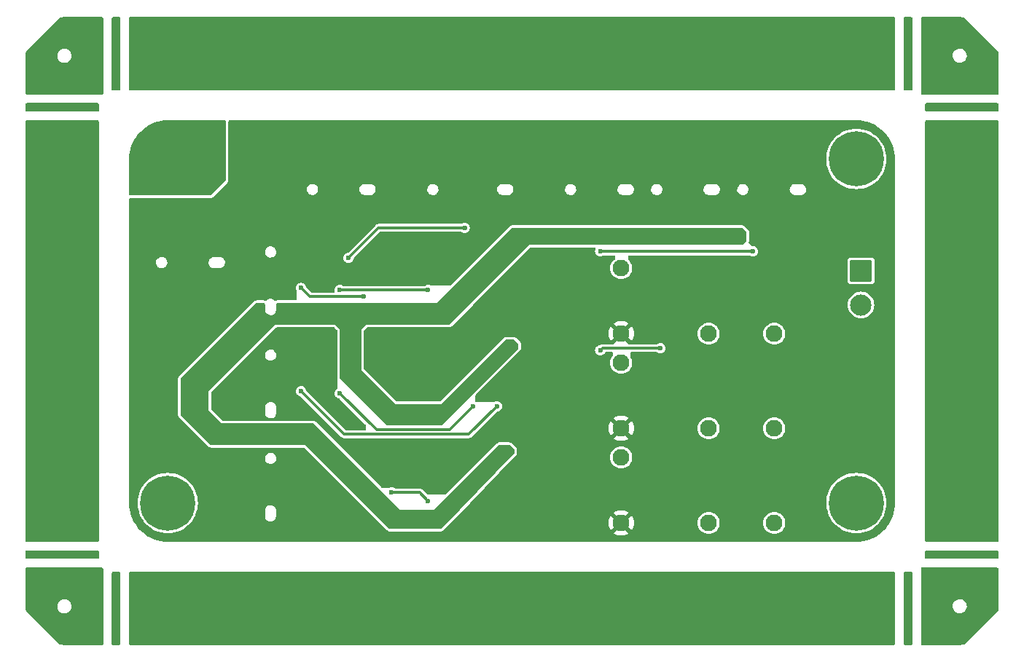
<source format=gbr>
%TF.GenerationSoftware,KiCad,Pcbnew,7.0.10*%
%TF.CreationDate,2024-07-30T22:38:02+09:00*%
%TF.ProjectId,Latch-Circuit,4c617463-682d-4436-9972-637569742e6b,rev?*%
%TF.SameCoordinates,Original*%
%TF.FileFunction,Copper,L2,Bot*%
%TF.FilePolarity,Positive*%
%FSLAX46Y46*%
G04 Gerber Fmt 4.6, Leading zero omitted, Abs format (unit mm)*
G04 Created by KiCad (PCBNEW 7.0.10) date 2024-07-30 22:38:02*
%MOMM*%
%LPD*%
G01*
G04 APERTURE LIST*
G04 Aperture macros list*
%AMRoundRect*
0 Rectangle with rounded corners*
0 $1 Rounding radius*
0 $2 $3 $4 $5 $6 $7 $8 $9 X,Y pos of 4 corners*
0 Add a 4 corners polygon primitive as box body*
4,1,4,$2,$3,$4,$5,$6,$7,$8,$9,$2,$3,0*
0 Add four circle primitives for the rounded corners*
1,1,$1+$1,$2,$3*
1,1,$1+$1,$4,$5*
1,1,$1+$1,$6,$7*
1,1,$1+$1,$8,$9*
0 Add four rect primitives between the rounded corners*
20,1,$1+$1,$2,$3,$4,$5,0*
20,1,$1+$1,$4,$5,$6,$7,0*
20,1,$1+$1,$6,$7,$8,$9,0*
20,1,$1+$1,$8,$9,$2,$3,0*%
G04 Aperture macros list end*
%TA.AperFunction,ComponentPad*%
%ADD10C,1.950000*%
%TD*%
%TA.AperFunction,ComponentPad*%
%ADD11C,0.800000*%
%TD*%
%TA.AperFunction,ComponentPad*%
%ADD12C,6.400000*%
%TD*%
%TA.AperFunction,ComponentPad*%
%ADD13RoundRect,0.050000X-1.187500X1.187500X-1.187500X-1.187500X1.187500X-1.187500X1.187500X1.187500X0*%
%TD*%
%TA.AperFunction,ComponentPad*%
%ADD14C,2.475000*%
%TD*%
%TA.AperFunction,ViaPad*%
%ADD15C,0.600000*%
%TD*%
%TA.AperFunction,Conductor*%
%ADD16C,0.300000*%
%TD*%
G04 APERTURE END LIST*
D10*
%TO.P,K3,1,1*%
%TO.N,GND*%
X57680000Y-47310000D03*
%TO.P,K3,2,2*%
%TO.N,Net-(K2-Pad3)*%
X67840000Y-47310000D03*
%TO.P,K3,3,3*%
%TO.N,/SHDN_OUT*%
X75460000Y-47310000D03*
%TO.P,K3,5,5*%
%TO.N,/IMD_RELAY_DRIVE*%
X57680000Y-39690000D03*
%TD*%
D11*
%TO.P,H4,1,1*%
%TO.N,unconnected-(H4-Pad1)*%
X82600000Y-45000000D03*
X83302944Y-43302944D03*
X83302944Y-46697056D03*
X85000000Y-42600000D03*
D12*
X85000000Y-45000000D03*
D11*
X85000000Y-47400000D03*
X86697056Y-43302944D03*
X86697056Y-46697056D03*
X87400000Y-45000000D03*
%TD*%
D13*
%TO.P,J7,1,Pin_1*%
%TO.N,/SHDN_IN*%
X85550000Y-18000000D03*
D14*
%TO.P,J7,2,Pin_2*%
%TO.N,/SHDN_OUT*%
X85550000Y-21960000D03*
%TD*%
D10*
%TO.P,K2,1,1*%
%TO.N,GND*%
X57680000Y-36310000D03*
%TO.P,K2,2,2*%
%TO.N,Net-(K1-Pad3)*%
X67840000Y-36310000D03*
%TO.P,K2,3,3*%
%TO.N,Net-(K2-Pad3)*%
X75460000Y-36310000D03*
%TO.P,K2,5,5*%
%TO.N,/BSPD_RELAY_DRIVE*%
X57680000Y-28690000D03*
%TD*%
D11*
%TO.P,H1,1,1*%
%TO.N,Net-(C12-Pad1)*%
X2600000Y-5000000D03*
X3302944Y-3302944D03*
X3302944Y-6697056D03*
X5000000Y-2600000D03*
D12*
X5000000Y-5000000D03*
D11*
X5000000Y-7400000D03*
X6697056Y-3302944D03*
X6697056Y-6697056D03*
X7400000Y-5000000D03*
%TD*%
%TO.P,H3,1,1*%
%TO.N,unconnected-(H3-Pad1)*%
X2600000Y-45000000D03*
X3302944Y-43302944D03*
X3302944Y-46697056D03*
X5000000Y-42600000D03*
D12*
X5000000Y-45000000D03*
D11*
X5000000Y-47400000D03*
X6697056Y-43302944D03*
X6697056Y-46697056D03*
X7400000Y-45000000D03*
%TD*%
D10*
%TO.P,K1,1,1*%
%TO.N,GND*%
X57680000Y-25310000D03*
%TO.P,K1,2,2*%
%TO.N,/SHDN_IN*%
X67840000Y-25310000D03*
%TO.P,K1,3,3*%
%TO.N,Net-(K1-Pad3)*%
X75460000Y-25310000D03*
%TO.P,K1,5,5*%
%TO.N,/AMS_RELAY_DRIVE*%
X57680000Y-17690000D03*
%TD*%
D11*
%TO.P,H2,1,1*%
%TO.N,unconnected-(H2-Pad1)*%
X82600000Y-5000000D03*
X83302944Y-3302944D03*
X83302944Y-6697056D03*
X85000000Y-2600000D03*
D12*
X85000000Y-5000000D03*
D11*
X85000000Y-7400000D03*
X86697056Y-3302944D03*
X86697056Y-6697056D03*
X87400000Y-5000000D03*
%TD*%
D15*
%TO.N,GND*%
X84750000Y-39250000D03*
X51500000Y-35250000D03*
X13500000Y-39000000D03*
X73000000Y-24000000D03*
X11250000Y-39000000D03*
X1000000Y-42500000D03*
X13500000Y-43000000D03*
X20000000Y-19000000D03*
X38250000Y-38000000D03*
X35250000Y-39500000D03*
X89000000Y-17500000D03*
X80000000Y-49000000D03*
X29750000Y-42500000D03*
X42250000Y-43250000D03*
X35500000Y-28000000D03*
X30000000Y-1000000D03*
X65000000Y-12250000D03*
X37000000Y-42500000D03*
X5750000Y-31750000D03*
X24500000Y-37250000D03*
X15750000Y-16750000D03*
X44500000Y-23750000D03*
X5000000Y-49000000D03*
X59250000Y-21000000D03*
X43750000Y-25500000D03*
X45500000Y-17500000D03*
X59250000Y-32750000D03*
X22500000Y-13750000D03*
X75000000Y-11750000D03*
X43750000Y-31000000D03*
X70750000Y-12250000D03*
X1000000Y-10000000D03*
X29250000Y-30250000D03*
X35000000Y-1000000D03*
X5000000Y-10000000D03*
X54500000Y-43000000D03*
X21500000Y-25000000D03*
X77250000Y-9750000D03*
X21500000Y-31750000D03*
X51500000Y-22000000D03*
X25750000Y-13500000D03*
X42500000Y-49000000D03*
X8000000Y-20750000D03*
X66000000Y-45000000D03*
X70000000Y-1000000D03*
X85000000Y-1000000D03*
X59250000Y-35000000D03*
X13500000Y-45250000D03*
X67000000Y-18750000D03*
X25000000Y-33500000D03*
X21750000Y-19000000D03*
X50250000Y-43000000D03*
X1000000Y-32500000D03*
X29750000Y-12000000D03*
X55000000Y-49000000D03*
X47250000Y-46500000D03*
X40750000Y-37500000D03*
X1000000Y-15000000D03*
X38250000Y-15750000D03*
X54500000Y-26250000D03*
X11000000Y-34500000D03*
X36500000Y-32000000D03*
X35500000Y-16000000D03*
X45500000Y-40000000D03*
X1000000Y-17500000D03*
X28000000Y-38500000D03*
X1000000Y-12500000D03*
X81250000Y-42750000D03*
X89000000Y-15000000D03*
X70500000Y-19750000D03*
X69750000Y-39000000D03*
X89000000Y-22500000D03*
X3750000Y-21000000D03*
X47250000Y-34000000D03*
X89000000Y-40000000D03*
X17750000Y-31000000D03*
X61250000Y-28000000D03*
X17500000Y-49000000D03*
X61250000Y-21250000D03*
X53750000Y-30500000D03*
X7250000Y-36500000D03*
X36750000Y-11750000D03*
X27000000Y-47500000D03*
X49750000Y-28250000D03*
X35750000Y-26000000D03*
X73500000Y-43750000D03*
X28000000Y-19250000D03*
X22500000Y-25750000D03*
X44750000Y-29000000D03*
X87750000Y-2250000D03*
X34500000Y-14000000D03*
X36750000Y-16250000D03*
X63000000Y-12250000D03*
X13500000Y-31000000D03*
X70000000Y-49000000D03*
X57750000Y-31750000D03*
X17750000Y-19000000D03*
X36750000Y-40750000D03*
X9000000Y-38250000D03*
X65000000Y-49000000D03*
X20000000Y-49000000D03*
X78750000Y-20500000D03*
X47500000Y-49000000D03*
X81250000Y-20500000D03*
X35250000Y-32250000D03*
X15750000Y-45250000D03*
X40500000Y-13250000D03*
X87000000Y-20250000D03*
X63250000Y-27250000D03*
X23000000Y-33250000D03*
X82500000Y-49000000D03*
X36000000Y-14000000D03*
X66000000Y-35000000D03*
X42250000Y-27000000D03*
X22750000Y-17250000D03*
X77750000Y-39250000D03*
X51000000Y-37000000D03*
X27250000Y-11750000D03*
X1000000Y-37500000D03*
X52500000Y-40500000D03*
X34250000Y-12000000D03*
X73500000Y-16750000D03*
X83000000Y-31250000D03*
X73500000Y-35250000D03*
X51750000Y-30500000D03*
X52500000Y-28000000D03*
X48000000Y-18500000D03*
X10000000Y-10000000D03*
X44000000Y-12000000D03*
X49100000Y-25550000D03*
X89000000Y-37500000D03*
X56000000Y-22000000D03*
X49000000Y-23750000D03*
X12500000Y-1000000D03*
X7500000Y-10000000D03*
X45500000Y-28250000D03*
X43750000Y-43500000D03*
X22750000Y-10000000D03*
X10000000Y-49000000D03*
X40000000Y-1000000D03*
X75500000Y-41500000D03*
X86250000Y-37750000D03*
X55750000Y-26000000D03*
X55750000Y-41750000D03*
X68000000Y-40750000D03*
X89000000Y-32500000D03*
X71750000Y-37000000D03*
X73000000Y-12250000D03*
X38500000Y-18250000D03*
X5750000Y-34250000D03*
X2500000Y-10000000D03*
X1000000Y-30000000D03*
X60000000Y-1000000D03*
X10500000Y-32500000D03*
X57250000Y-12250000D03*
X59250000Y-23250000D03*
X43500000Y-34750000D03*
X61250000Y-31750000D03*
X32000000Y-12000000D03*
X66500000Y-26500000D03*
X85500000Y-15500000D03*
X15750000Y-35000000D03*
X14750000Y-21250000D03*
X53000000Y-23500000D03*
X7500000Y-16000000D03*
X62500000Y-49000000D03*
X57250000Y-10000000D03*
X72500000Y-27500000D03*
X59250000Y-12250000D03*
X23500000Y-46500000D03*
X42250000Y-36000000D03*
X49750000Y-40750000D03*
X65000000Y-7750000D03*
X12500000Y-6000000D03*
X71000000Y-46750000D03*
X55750000Y-39000000D03*
X75000000Y-7750000D03*
X11750000Y-8500000D03*
X12500000Y-3500000D03*
X87750000Y-36250000D03*
X33000000Y-38000000D03*
X16500000Y-26250000D03*
X17750000Y-29000000D03*
X6000000Y-16000000D03*
X80750000Y-32250000D03*
X79500000Y-30250000D03*
X33000000Y-26000000D03*
X4250000Y-27000000D03*
X53750000Y-34000000D03*
X79000000Y-26250000D03*
X43500000Y-37500000D03*
X45750000Y-29500000D03*
X42000000Y-7500000D03*
X37500000Y-1000000D03*
X79250000Y-37250000D03*
X83000000Y-15500000D03*
X20250000Y-31000000D03*
X54500000Y-40500000D03*
X78500000Y-46750000D03*
X23000000Y-11750000D03*
X61250000Y-29750000D03*
X45750000Y-42000000D03*
X31500000Y-19250000D03*
X49100000Y-38050000D03*
X1000000Y-27500000D03*
X59250000Y-16750000D03*
X74750000Y-22250000D03*
X33500000Y-15000000D03*
X54750000Y-37250000D03*
X79500000Y-44500000D03*
X39750000Y-39250000D03*
X72000000Y-35250000D03*
X69000000Y-27250000D03*
X9500000Y-24000000D03*
X61250000Y-19000000D03*
X15750000Y-40750000D03*
X4250000Y-29000000D03*
X25250000Y-15500000D03*
X12000000Y-30750000D03*
X60000000Y-49000000D03*
X31500000Y-30250000D03*
X31250000Y-38750000D03*
X1000000Y-40000000D03*
X26500000Y-44750000D03*
X45950000Y-25700000D03*
X55000000Y-7750000D03*
X73500000Y-33750000D03*
X77500000Y-28750000D03*
X20250000Y-13750000D03*
X39000000Y-7750000D03*
X27750000Y-40250000D03*
X46500000Y-12000000D03*
X56000000Y-16750000D03*
X23000000Y-35750000D03*
X77750000Y-35500000D03*
X29750000Y-18000000D03*
X80500000Y-15500000D03*
X78000000Y-15500000D03*
X5000000Y-18500000D03*
X10500000Y-25250000D03*
X55750000Y-46500000D03*
X42500000Y-23750000D03*
X89000000Y-20000000D03*
X66250000Y-42500000D03*
X75000000Y-32250000D03*
X51250000Y-38750000D03*
X77500000Y-49000000D03*
X45000000Y-1000000D03*
X67000000Y-20750000D03*
X40750000Y-25500000D03*
X69250000Y-31250000D03*
X62750000Y-10000000D03*
X48750000Y-36250000D03*
X27500000Y-10000000D03*
X52250000Y-43000000D03*
X22500000Y-1000000D03*
X51500000Y-46500000D03*
X2500000Y-29250000D03*
X83000000Y-34000000D03*
X25000000Y-12000000D03*
X48000000Y-43000000D03*
X44250000Y-46500000D03*
X38500000Y-40500000D03*
X24500000Y-45000000D03*
X44500000Y-41500000D03*
X65000000Y-1000000D03*
X31250000Y-18000000D03*
X39750000Y-14750000D03*
X56000000Y-33500000D03*
X15750000Y-39000000D03*
X72500000Y-49000000D03*
X61250000Y-16750000D03*
X89000000Y-12500000D03*
X25000000Y-35250000D03*
X2500000Y-22250000D03*
X81500000Y-29500000D03*
X38500000Y-28000000D03*
X55000000Y-1000000D03*
X29750000Y-14000000D03*
X4500000Y-25000000D03*
X83000000Y-27750000D03*
X1000000Y-45000000D03*
X29250000Y-47500000D03*
X42000000Y-12000000D03*
X50000000Y-1000000D03*
X59500000Y-38750000D03*
X66000000Y-47250000D03*
X67500000Y-33000000D03*
X24750000Y-7750000D03*
X83750000Y-20500000D03*
X61250000Y-12250000D03*
X76250000Y-21000000D03*
X51000000Y-41500000D03*
X78000000Y-22750000D03*
X57750000Y-45250000D03*
X33500000Y-39500000D03*
X46500000Y-24000000D03*
X36750000Y-9750000D03*
X47250000Y-22000000D03*
X71500000Y-44250000D03*
X49000000Y-48250000D03*
X67500000Y-1000000D03*
X83000000Y-22750000D03*
X67500000Y-22750000D03*
X17750000Y-17000000D03*
X24250000Y-25000000D03*
X37000000Y-30000000D03*
X1000000Y-25000000D03*
X9000000Y-16000000D03*
X87750000Y-47750000D03*
X70250000Y-37000000D03*
X63250000Y-24750000D03*
X2750000Y-24500000D03*
X89000000Y-10000000D03*
X18000000Y-43000000D03*
X13500000Y-29250000D03*
X1000000Y-20000000D03*
X53250000Y-18500000D03*
X77000000Y-11750000D03*
X18000000Y-14000000D03*
X43250000Y-13750000D03*
X77500000Y-37250000D03*
X38500000Y-30750000D03*
X72000000Y-18250000D03*
X77500000Y-1000000D03*
X45750000Y-38250000D03*
X55000000Y-12250000D03*
X89000000Y-5000000D03*
X21500000Y-43000000D03*
X25000000Y-19000000D03*
X65750000Y-24750000D03*
X28000000Y-13250000D03*
X51500000Y-34000000D03*
X32000000Y-14000000D03*
X25000000Y-1000000D03*
X1000000Y-35000000D03*
X52250000Y-15750000D03*
X65000000Y-20750000D03*
X65000000Y-23000000D03*
X10000000Y-19000000D03*
X73500000Y-46250000D03*
X25000000Y-17000000D03*
X44250000Y-22000000D03*
X41500000Y-39250000D03*
X31500000Y-42750000D03*
X61250000Y-36750000D03*
X89000000Y-35000000D03*
X2250000Y-47750000D03*
X38250000Y-42500000D03*
X22750000Y-41250000D03*
X48500000Y-11750000D03*
X51500000Y-23750000D03*
X27500000Y-1000000D03*
X28000000Y-18000000D03*
X59500000Y-43500000D03*
X38250000Y-26000000D03*
X50500000Y-12250000D03*
X32500000Y-1000000D03*
X51250000Y-26250000D03*
X80000000Y-1000000D03*
X67000000Y-12250000D03*
X11250000Y-22250000D03*
X17500000Y-1000000D03*
X1000000Y-22500000D03*
X24825000Y-42950000D03*
X31000000Y-32000000D03*
X71000000Y-29500000D03*
X55500000Y-28250000D03*
X75000000Y-1000000D03*
X65000000Y-18750000D03*
X44500000Y-36250000D03*
X67000000Y-16750000D03*
X57750000Y-20250000D03*
X53250000Y-46500000D03*
X77000000Y-24250000D03*
X47500000Y-1000000D03*
X53500000Y-38500000D03*
X73750000Y-42000000D03*
X69000000Y-21250000D03*
X42000000Y-14750000D03*
X62500000Y-1000000D03*
X89000000Y-45000000D03*
X49750000Y-30500000D03*
X73000000Y-14500000D03*
X30500000Y-25000000D03*
X28000000Y-46250000D03*
X53750000Y-22000000D03*
X79750000Y-24500000D03*
X3500000Y-31750000D03*
X52750000Y-10000000D03*
X13500000Y-41250000D03*
X76000000Y-39750000D03*
X42500000Y-31250000D03*
X15000000Y-27750000D03*
X83000000Y-25250000D03*
X13750000Y-19000000D03*
X29500000Y-26250000D03*
X66000000Y-37000000D03*
X48000000Y-30500000D03*
X68250000Y-38250000D03*
X67250000Y-10000000D03*
X71250000Y-16750000D03*
X65000000Y-16750000D03*
X22500000Y-20000000D03*
X89000000Y-7500000D03*
X52500000Y-49000000D03*
X35750000Y-38000000D03*
X53000000Y-12250000D03*
X71250000Y-25750000D03*
X46000000Y-34000000D03*
X15000000Y-49000000D03*
X22500000Y-49000000D03*
X29750000Y-19250000D03*
X46500000Y-36250000D03*
X42500000Y-1000000D03*
X20000000Y-1000000D03*
X61250000Y-26000000D03*
X13250000Y-22750000D03*
X87500000Y-16500000D03*
X56000000Y-23500000D03*
X76500000Y-30750000D03*
X39000000Y-12000000D03*
X72750000Y-9500000D03*
X26000000Y-38500000D03*
X72500000Y-1000000D03*
X49750000Y-16250000D03*
X63000000Y-16750000D03*
X57500000Y-1000000D03*
X18500000Y-25000000D03*
X47750000Y-35250000D03*
X50500000Y-18500000D03*
X83000000Y-41000000D03*
X51250000Y-29250000D03*
X20000000Y-25750000D03*
X26750000Y-14500000D03*
X82500000Y-1000000D03*
X25000000Y-49000000D03*
X89000000Y-25000000D03*
X13250000Y-35000000D03*
X27500000Y-36000000D03*
X89000000Y-30000000D03*
X80000000Y-28250000D03*
X75500000Y-34500000D03*
X59500000Y-41000000D03*
X37500000Y-14000000D03*
X43500000Y-10000000D03*
X61250000Y-23750000D03*
X37000000Y-18000000D03*
X15000000Y-1000000D03*
X22750000Y-29250000D03*
X80000000Y-34500000D03*
X12500000Y-49000000D03*
X28250000Y-25000000D03*
X52500000Y-1000000D03*
X75500000Y-15500000D03*
X5000000Y-22250000D03*
X76500000Y-13500000D03*
X29750000Y-38000000D03*
X81250000Y-26000000D03*
X7500000Y-49000000D03*
X39000000Y-14000000D03*
X85000000Y-49000000D03*
X25750000Y-46250000D03*
X14250000Y-33250000D03*
X59400000Y-27900000D03*
X9500000Y-20500000D03*
X59250000Y-18750000D03*
X45000000Y-49000000D03*
X69000000Y-12250000D03*
X44250000Y-34000000D03*
X89000000Y-27500000D03*
X59250000Y-30250000D03*
X89000000Y-42500000D03*
X7750000Y-22750000D03*
X61250000Y-34250000D03*
X69000000Y-16750000D03*
%TO.N,+12V*%
X44750000Y-27250000D03*
X8500000Y-30500000D03*
X8500000Y-31250000D03*
X51500000Y-13500000D03*
X71500000Y-13500000D03*
X7000000Y-32000000D03*
X8500000Y-32000000D03*
X31750000Y-35500000D03*
X33250000Y-34750000D03*
X31750000Y-47500000D03*
X43750000Y-39000000D03*
X32500000Y-47500000D03*
X33250000Y-47500000D03*
X31750000Y-23000000D03*
X31000000Y-46750000D03*
X7000000Y-30500000D03*
X9250000Y-31250000D03*
X9250000Y-30500000D03*
X31000000Y-35500000D03*
X33250000Y-46750000D03*
X7750000Y-31250000D03*
X9250000Y-32000000D03*
X7750000Y-30500000D03*
X31750000Y-23750000D03*
X7750000Y-32000000D03*
X33250000Y-23750000D03*
X33250000Y-23000000D03*
X7000000Y-31250000D03*
X32500000Y-35500000D03*
X31000000Y-34750000D03*
X44750000Y-15250000D03*
X33250000Y-35500000D03*
X32500000Y-23000000D03*
X32500000Y-23750000D03*
X31000000Y-47500000D03*
X61500000Y-13500000D03*
%TO.N,/TO_BSPD_RST_SW*%
X40500000Y-33750000D03*
X25000000Y-32250000D03*
%TO.N,/TO_IMD_RST_SW*%
X35250000Y-44750000D03*
X31000000Y-43750000D03*
%TO.N,/TO_AMS_RST_SW*%
X35250000Y-20250000D03*
X25000000Y-20250000D03*
%TO.N,Net-(C12-Pad1)*%
X11250000Y-2000000D03*
X1000000Y-5000000D03*
X2250000Y-2250000D03*
X10000000Y-6500000D03*
X10000000Y-8750000D03*
X7500000Y-8750000D03*
X5000000Y-1000000D03*
X11250000Y-5000000D03*
X5000000Y-8750000D03*
X1000000Y-7500000D03*
X2500000Y-8750000D03*
X7500000Y-1000000D03*
X10000000Y-1000000D03*
X10000000Y-3500000D03*
%TO.N,/AMS_RELAY_DRIVE*%
X27750000Y-21000000D03*
X20500000Y-20000000D03*
%TO.N,/BSPD_RELAY_DRIVE*%
X43250000Y-33750000D03*
X20500000Y-32000000D03*
%TO.N,/IMD_STATUS*%
X26000000Y-16500000D03*
X39500000Y-13000000D03*
%TO.N,/AMS_LED_K*%
X73000000Y-15750000D03*
X55250000Y-15750000D03*
%TO.N,/BSPD_LED_K*%
X55250000Y-27250000D03*
X62250000Y-27000000D03*
%TD*%
D16*
%TO.N,/TO_BSPD_RST_SW*%
X36250000Y-36500000D02*
X37750000Y-36500000D01*
X25000000Y-32250000D02*
X29250000Y-36500000D01*
X37750000Y-36500000D02*
X40500000Y-33750000D01*
X29250000Y-36500000D02*
X36250000Y-36500000D01*
%TO.N,/TO_IMD_RST_SW*%
X31000000Y-43750000D02*
X34250000Y-43750000D01*
X34250000Y-43750000D02*
X35250000Y-44750000D01*
%TO.N,/TO_AMS_RST_SW*%
X25000000Y-20250000D02*
X35250000Y-20250000D01*
%TO.N,/AMS_RELAY_DRIVE*%
X21500000Y-21000000D02*
X20500000Y-20000000D01*
X27750000Y-21000000D02*
X21500000Y-21000000D01*
%TO.N,/BSPD_RELAY_DRIVE*%
X40000000Y-37000000D02*
X37000000Y-37000000D01*
X43250000Y-33750000D02*
X40000000Y-37000000D01*
X37000000Y-37000000D02*
X25500000Y-37000000D01*
X25500000Y-37000000D02*
X20500000Y-32000000D01*
%TO.N,/IMD_STATUS*%
X29500000Y-13000000D02*
X39500000Y-13000000D01*
X26000000Y-16500000D02*
X29500000Y-13000000D01*
%TO.N,/AMS_LED_K*%
X73000000Y-15750000D02*
X55250000Y-15750000D01*
%TO.N,/BSPD_LED_K*%
X62250000Y-27000000D02*
X55500000Y-27000000D01*
X55500000Y-27000000D02*
X55250000Y-27250000D01*
%TD*%
%TA.AperFunction,NonConductor*%
G36*
X91442539Y11479815D02*
G01*
X91488294Y11427011D01*
X91499500Y11375500D01*
X91499500Y3124000D01*
X91479815Y3056961D01*
X91427011Y3011206D01*
X91375500Y3000000D01*
X90624500Y3000000D01*
X90557461Y3019685D01*
X90511706Y3072489D01*
X90500500Y3124000D01*
X90500500Y11375500D01*
X90520185Y11442539D01*
X90572989Y11488294D01*
X90624500Y11499500D01*
X91375500Y11499500D01*
X91442539Y11479815D01*
G37*
%TD.AperFunction*%
%TA.AperFunction,NonConductor*%
G36*
X89442539Y11479815D02*
G01*
X89488294Y11427011D01*
X89499500Y11375500D01*
X89499500Y3124000D01*
X89479815Y3056961D01*
X89427011Y3011206D01*
X89375500Y3000000D01*
X624500Y3000000D01*
X557461Y3019685D01*
X511706Y3072489D01*
X500500Y3124000D01*
X500500Y11375500D01*
X520185Y11442539D01*
X572989Y11488294D01*
X624500Y11499500D01*
X89375500Y11499500D01*
X89442539Y11479815D01*
G37*
%TD.AperFunction*%
%TA.AperFunction,NonConductor*%
G36*
X-557461Y11479815D02*
G01*
X-511706Y11427011D01*
X-500500Y11375500D01*
X-500500Y3124000D01*
X-520185Y3056961D01*
X-572989Y3011206D01*
X-624500Y3000000D01*
X-1375500Y3000000D01*
X-1442539Y3019685D01*
X-1488294Y3072489D01*
X-1499500Y3124000D01*
X-1499500Y11375500D01*
X-1479815Y11442539D01*
X-1427011Y11488294D01*
X-1375500Y11499500D01*
X-624500Y11499500D01*
X-557461Y11479815D01*
G37*
%TD.AperFunction*%
%TA.AperFunction,NonConductor*%
G36*
X97002703Y11499382D02*
G01*
X97386749Y11482614D01*
X97397526Y11481671D01*
X97494912Y11468849D01*
X97558809Y11440582D01*
X97566407Y11433591D01*
X101433591Y7566407D01*
X101467076Y7505084D01*
X101468849Y7494912D01*
X101481671Y7397526D01*
X101482614Y7386749D01*
X101499382Y7002702D01*
X101499500Y6997293D01*
X101499500Y2624500D01*
X101479815Y2557461D01*
X101427011Y2511706D01*
X101375500Y2500500D01*
X92624500Y2500500D01*
X92557461Y2520185D01*
X92511706Y2572989D01*
X92500500Y2624500D01*
X92500500Y7045010D01*
X96169844Y7045010D01*
X96179577Y6865498D01*
X96179578Y6865493D01*
X96227670Y6692281D01*
X96227674Y6692273D01*
X96311881Y6533442D01*
X96428264Y6396426D01*
X96571383Y6287630D01*
X96571384Y6287629D01*
X96734542Y6212145D01*
X96910112Y6173500D01*
X96910113Y6173500D01*
X97044817Y6173500D01*
X97178721Y6188063D01*
X97349085Y6245465D01*
X97503126Y6338149D01*
X97633642Y6461780D01*
X97682230Y6533442D01*
X97734528Y6610575D01*
X97734529Y6610576D01*
X97801070Y6777583D01*
X97801071Y6777587D01*
X97830155Y6954990D01*
X97820422Y7134501D01*
X97820421Y7134506D01*
X97772329Y7307718D01*
X97772325Y7307726D01*
X97729012Y7389423D01*
X97688119Y7466556D01*
X97571735Y7603574D01*
X97428618Y7712369D01*
X97265459Y7787854D01*
X97089887Y7826500D01*
X96955184Y7826500D01*
X96821279Y7811937D01*
X96650915Y7754535D01*
X96496874Y7661851D01*
X96435352Y7603574D01*
X96366356Y7538218D01*
X96265471Y7389424D01*
X96265470Y7389423D01*
X96198929Y7222416D01*
X96198928Y7222412D01*
X96169845Y7045013D01*
X96169844Y7045010D01*
X92500500Y7045010D01*
X92500500Y11375500D01*
X92520185Y11442539D01*
X92572989Y11488294D01*
X92624500Y11499500D01*
X96934108Y11499500D01*
X96997294Y11499500D01*
X97002703Y11499382D01*
G37*
%TD.AperFunction*%
%TA.AperFunction,NonConductor*%
G36*
X-2557461Y11479815D02*
G01*
X-2511706Y11427011D01*
X-2500500Y11375500D01*
X-2500500Y2624500D01*
X-2520185Y2557461D01*
X-2572989Y2511706D01*
X-2624500Y2500500D01*
X-11375500Y2500500D01*
X-11442539Y2520185D01*
X-11488294Y2572989D01*
X-11499500Y2624500D01*
X-11499500Y6997293D01*
X-11499382Y7002702D01*
X-11497535Y7045010D01*
X-7830155Y7045010D01*
X-7820422Y6865498D01*
X-7820421Y6865493D01*
X-7772329Y6692281D01*
X-7772325Y6692273D01*
X-7688118Y6533442D01*
X-7627248Y6461781D01*
X-7571735Y6396426D01*
X-7428618Y6287631D01*
X-7428616Y6287630D01*
X-7428615Y6287629D01*
X-7265457Y6212145D01*
X-7089887Y6173500D01*
X-6955182Y6173500D01*
X-6821278Y6188063D01*
X-6734706Y6217232D01*
X-6650915Y6245465D01*
X-6580838Y6287629D01*
X-6496876Y6338147D01*
X-6366356Y6461781D01*
X-6265471Y6610575D01*
X-6265470Y6610576D01*
X-6198929Y6777583D01*
X-6198928Y6777587D01*
X-6169845Y6954990D01*
X-6179577Y7134501D01*
X-6179578Y7134506D01*
X-6227670Y7307718D01*
X-6227674Y7307726D01*
X-6311881Y7466557D01*
X-6428264Y7603573D01*
X-6428265Y7603574D01*
X-6571382Y7712369D01*
X-6734541Y7787854D01*
X-6910113Y7826500D01*
X-7044816Y7826500D01*
X-7178721Y7811937D01*
X-7349085Y7754535D01*
X-7503126Y7661851D01*
X-7633642Y7538220D01*
X-7734529Y7389423D01*
X-7801070Y7222416D01*
X-7830155Y7045010D01*
X-11497535Y7045010D01*
X-11482614Y7386749D01*
X-11481671Y7397526D01*
X-11468849Y7494912D01*
X-11440582Y7558809D01*
X-11433591Y7566407D01*
X-7566407Y11433591D01*
X-7505084Y11467076D01*
X-7494912Y11468849D01*
X-7397526Y11481671D01*
X-7386749Y11482614D01*
X-7002703Y11499382D01*
X-6997294Y11499500D01*
X-6934108Y11499500D01*
X-2624500Y11499500D01*
X-2557461Y11479815D01*
G37*
%TD.AperFunction*%
%TA.AperFunction,NonConductor*%
G36*
X101442539Y1479815D02*
G01*
X101488294Y1427011D01*
X101499500Y1375500D01*
X101499500Y624500D01*
X101479815Y557461D01*
X101427011Y511706D01*
X101375500Y500500D01*
X93124000Y500500D01*
X93056961Y520185D01*
X93011206Y572989D01*
X93000000Y624500D01*
X93000000Y1375500D01*
X93019685Y1442539D01*
X93072489Y1488294D01*
X93124000Y1499500D01*
X101375500Y1499500D01*
X101442539Y1479815D01*
G37*
%TD.AperFunction*%
%TA.AperFunction,NonConductor*%
G36*
X-3056961Y1479815D02*
G01*
X-3011206Y1427011D01*
X-3000000Y1375500D01*
X-3000000Y624500D01*
X-3019685Y557461D01*
X-3072489Y511706D01*
X-3124000Y500500D01*
X-11375500Y500500D01*
X-11442539Y520185D01*
X-11488294Y572989D01*
X-11499500Y624500D01*
X-11499500Y1375500D01*
X-11479815Y1442539D01*
X-11427011Y1488294D01*
X-11375500Y1499500D01*
X-3124000Y1499500D01*
X-3056961Y1479815D01*
G37*
%TD.AperFunction*%
%TA.AperFunction,NonConductor*%
G36*
X101442539Y-520185D02*
G01*
X101488294Y-572989D01*
X101499500Y-624500D01*
X101499500Y-49375500D01*
X101479815Y-49442539D01*
X101427011Y-49488294D01*
X101375500Y-49499500D01*
X93124000Y-49499500D01*
X93056961Y-49479815D01*
X93011206Y-49427011D01*
X93000000Y-49375500D01*
X93000000Y-624500D01*
X93019685Y-557461D01*
X93072489Y-511706D01*
X93124000Y-500500D01*
X101375500Y-500500D01*
X101442539Y-520185D01*
G37*
%TD.AperFunction*%
%TA.AperFunction,NonConductor*%
G36*
X-3056961Y-520185D02*
G01*
X-3011206Y-572989D01*
X-3000000Y-624500D01*
X-3000000Y-49375500D01*
X-3019685Y-49442539D01*
X-3072489Y-49488294D01*
X-3124000Y-49499500D01*
X-11375500Y-49499500D01*
X-11442539Y-49479815D01*
X-11488294Y-49427011D01*
X-11499500Y-49375500D01*
X-11499500Y-624500D01*
X-11479815Y-557461D01*
X-11427011Y-511706D01*
X-11375500Y-500500D01*
X-3124000Y-500500D01*
X-3056961Y-520185D01*
G37*
%TD.AperFunction*%
%TA.AperFunction,NonConductor*%
G36*
X101442539Y-50520185D02*
G01*
X101488294Y-50572989D01*
X101499500Y-50624500D01*
X101499500Y-51375500D01*
X101479815Y-51442539D01*
X101427011Y-51488294D01*
X101375500Y-51499500D01*
X93124000Y-51499500D01*
X93056961Y-51479815D01*
X93011206Y-51427011D01*
X93000000Y-51375500D01*
X93000000Y-50624500D01*
X93019685Y-50557461D01*
X93072489Y-50511706D01*
X93124000Y-50500500D01*
X101375500Y-50500500D01*
X101442539Y-50520185D01*
G37*
%TD.AperFunction*%
%TA.AperFunction,NonConductor*%
G36*
X-3056961Y-50520185D02*
G01*
X-3011206Y-50572989D01*
X-3000000Y-50624500D01*
X-3000000Y-51375500D01*
X-3019685Y-51442539D01*
X-3072489Y-51488294D01*
X-3124000Y-51499500D01*
X-11375500Y-51499500D01*
X-11442539Y-51479815D01*
X-11488294Y-51427011D01*
X-11499500Y-51375500D01*
X-11499500Y-50624500D01*
X-11479815Y-50557461D01*
X-11427011Y-50511706D01*
X-11375500Y-50500500D01*
X-3124000Y-50500500D01*
X-3056961Y-50520185D01*
G37*
%TD.AperFunction*%
%TA.AperFunction,NonConductor*%
G36*
X101442539Y-52520185D02*
G01*
X101488294Y-52572989D01*
X101499500Y-52624500D01*
X101499500Y-56997293D01*
X101499382Y-57002702D01*
X101482614Y-57386749D01*
X101481671Y-57397526D01*
X101468849Y-57494912D01*
X101440582Y-57558809D01*
X101433591Y-57566407D01*
X97566407Y-61433591D01*
X97505084Y-61467076D01*
X97494912Y-61468849D01*
X97397526Y-61481671D01*
X97386749Y-61482614D01*
X97002703Y-61499382D01*
X96997294Y-61499500D01*
X92624500Y-61499500D01*
X92557461Y-61479815D01*
X92511706Y-61427011D01*
X92500500Y-61375500D01*
X92500500Y-56954989D01*
X96169844Y-56954989D01*
X96179577Y-57134501D01*
X96179578Y-57134506D01*
X96227670Y-57307718D01*
X96227674Y-57307726D01*
X96311881Y-57466557D01*
X96390241Y-57558809D01*
X96428265Y-57603574D01*
X96571382Y-57712369D01*
X96734541Y-57787854D01*
X96910113Y-57826500D01*
X96910116Y-57826500D01*
X97044810Y-57826500D01*
X97044816Y-57826500D01*
X97178721Y-57811937D01*
X97349085Y-57754535D01*
X97503126Y-57661851D01*
X97633642Y-57538220D01*
X97734529Y-57389423D01*
X97801070Y-57222416D01*
X97815483Y-57134506D01*
X97830155Y-57045010D01*
X97820422Y-56865498D01*
X97820421Y-56865493D01*
X97772329Y-56692281D01*
X97772325Y-56692273D01*
X97688118Y-56533442D01*
X97571735Y-56396426D01*
X97495070Y-56338147D01*
X97428618Y-56287631D01*
X97428616Y-56287630D01*
X97428615Y-56287629D01*
X97265457Y-56212145D01*
X97089887Y-56173500D01*
X96955184Y-56173500D01*
X96955182Y-56173500D01*
X96821278Y-56188063D01*
X96749806Y-56212145D01*
X96650915Y-56245465D01*
X96650913Y-56245465D01*
X96650913Y-56245466D01*
X96496876Y-56338147D01*
X96366356Y-56461781D01*
X96265471Y-56610575D01*
X96265470Y-56610576D01*
X96198929Y-56777583D01*
X96198928Y-56777587D01*
X96169845Y-56954986D01*
X96169844Y-56954989D01*
X92500500Y-56954989D01*
X92500500Y-52624500D01*
X92520185Y-52557461D01*
X92572989Y-52511706D01*
X92624500Y-52500500D01*
X101375500Y-52500500D01*
X101442539Y-52520185D01*
G37*
%TD.AperFunction*%
%TA.AperFunction,NonConductor*%
G36*
X91442539Y-53019685D02*
G01*
X91488294Y-53072489D01*
X91499500Y-53124000D01*
X91499500Y-61375500D01*
X91479815Y-61442539D01*
X91427011Y-61488294D01*
X91375500Y-61499500D01*
X90624500Y-61499500D01*
X90557461Y-61479815D01*
X90511706Y-61427011D01*
X90500500Y-61375500D01*
X90500500Y-53124000D01*
X90520185Y-53056961D01*
X90572989Y-53011206D01*
X90624500Y-53000000D01*
X91375500Y-53000000D01*
X91442539Y-53019685D01*
G37*
%TD.AperFunction*%
%TA.AperFunction,NonConductor*%
G36*
X89442539Y-53019685D02*
G01*
X89488294Y-53072489D01*
X89499500Y-53124000D01*
X89499500Y-61375500D01*
X89479815Y-61442539D01*
X89427011Y-61488294D01*
X89375500Y-61499500D01*
X624500Y-61499500D01*
X557461Y-61479815D01*
X511706Y-61427011D01*
X500500Y-61375500D01*
X500500Y-53124000D01*
X520185Y-53056961D01*
X572989Y-53011206D01*
X624500Y-53000000D01*
X89375500Y-53000000D01*
X89442539Y-53019685D01*
G37*
%TD.AperFunction*%
%TA.AperFunction,NonConductor*%
G36*
X-557461Y-53019685D02*
G01*
X-511706Y-53072489D01*
X-500500Y-53124000D01*
X-500500Y-61375500D01*
X-520185Y-61442539D01*
X-572989Y-61488294D01*
X-624500Y-61499500D01*
X-1375500Y-61499500D01*
X-1442539Y-61479815D01*
X-1488294Y-61427011D01*
X-1499500Y-61375500D01*
X-1499500Y-53124000D01*
X-1479815Y-53056961D01*
X-1427011Y-53011206D01*
X-1375500Y-53000000D01*
X-624500Y-53000000D01*
X-557461Y-53019685D01*
G37*
%TD.AperFunction*%
%TA.AperFunction,NonConductor*%
G36*
X-2557461Y-52520185D02*
G01*
X-2511706Y-52572989D01*
X-2500500Y-52624500D01*
X-2500500Y-61375500D01*
X-2520185Y-61442539D01*
X-2572989Y-61488294D01*
X-2624500Y-61499500D01*
X-6997294Y-61499500D01*
X-7002703Y-61499382D01*
X-7386749Y-61482614D01*
X-7397526Y-61481671D01*
X-7494912Y-61468849D01*
X-7558809Y-61440582D01*
X-7566407Y-61433591D01*
X-11433591Y-57566407D01*
X-11467076Y-57505084D01*
X-11468849Y-57494912D01*
X-11481671Y-57397526D01*
X-11482614Y-57386749D01*
X-11499382Y-57002702D01*
X-11499500Y-56997293D01*
X-11499500Y-56954989D01*
X-7830155Y-56954989D01*
X-7820422Y-57134501D01*
X-7820421Y-57134506D01*
X-7772329Y-57307718D01*
X-7772327Y-57307720D01*
X-7772327Y-57307723D01*
X-7688119Y-57466556D01*
X-7571735Y-57603574D01*
X-7428618Y-57712369D01*
X-7265459Y-57787854D01*
X-7089887Y-57826500D01*
X-7089884Y-57826500D01*
X-6955190Y-57826500D01*
X-6955184Y-57826500D01*
X-6821279Y-57811937D01*
X-6650915Y-57754535D01*
X-6496874Y-57661851D01*
X-6366358Y-57538220D01*
X-6366357Y-57538219D01*
X-6366356Y-57538218D01*
X-6265471Y-57389424D01*
X-6265470Y-57389423D01*
X-6198929Y-57222416D01*
X-6198928Y-57222412D01*
X-6169845Y-57045010D01*
X-6169844Y-57045010D01*
X-6179577Y-56865498D01*
X-6179578Y-56865493D01*
X-6227670Y-56692281D01*
X-6227674Y-56692273D01*
X-6311881Y-56533442D01*
X-6428264Y-56396426D01*
X-6571383Y-56287630D01*
X-6571384Y-56287629D01*
X-6734542Y-56212145D01*
X-6910112Y-56173500D01*
X-6910113Y-56173500D01*
X-7044816Y-56173500D01*
X-7044817Y-56173500D01*
X-7178721Y-56188063D01*
X-7349085Y-56245465D01*
X-7503126Y-56338149D01*
X-7564648Y-56396426D01*
X-7633643Y-56461781D01*
X-7734528Y-56610575D01*
X-7734529Y-56610576D01*
X-7801070Y-56777583D01*
X-7801071Y-56777587D01*
X-7830154Y-56954986D01*
X-7830155Y-56954989D01*
X-11499500Y-56954989D01*
X-11499500Y-52624500D01*
X-11479815Y-52557461D01*
X-11427011Y-52511706D01*
X-11375500Y-52500500D01*
X-2624500Y-52500500D01*
X-2557461Y-52520185D01*
G37*
%TD.AperFunction*%
%TA.AperFunction,Conductor*%
%TO.N,GND*%
G36*
X85002702Y-500617D02*
G01*
X85386771Y-517386D01*
X85397506Y-518326D01*
X85775971Y-568152D01*
X85786597Y-570025D01*
X86159284Y-652648D01*
X86169710Y-655442D01*
X86533765Y-770227D01*
X86543911Y-773920D01*
X86896578Y-920000D01*
X86906369Y-924566D01*
X87244942Y-1100816D01*
X87254310Y-1106224D01*
X87576244Y-1311318D01*
X87585105Y-1317523D01*
X87887930Y-1549889D01*
X87896217Y-1556843D01*
X88177635Y-1814715D01*
X88185284Y-1822364D01*
X88443156Y-2103782D01*
X88450110Y-2112069D01*
X88682476Y-2414894D01*
X88688681Y-2423755D01*
X88893775Y-2745689D01*
X88899183Y-2755057D01*
X89075430Y-3093623D01*
X89080002Y-3103427D01*
X89226075Y-3456078D01*
X89229775Y-3466244D01*
X89344554Y-3830278D01*
X89347354Y-3840727D01*
X89429971Y-4213389D01*
X89431849Y-4224042D01*
X89481671Y-4602473D01*
X89482614Y-4613249D01*
X89499382Y-4997297D01*
X89499500Y-5002706D01*
X89499500Y-44997293D01*
X89499382Y-45002702D01*
X89482614Y-45386750D01*
X89481671Y-45397526D01*
X89431849Y-45775957D01*
X89429971Y-45786610D01*
X89347354Y-46159272D01*
X89344554Y-46169721D01*
X89229775Y-46533755D01*
X89226075Y-46543921D01*
X89080002Y-46896572D01*
X89075430Y-46906376D01*
X88899183Y-47244942D01*
X88893775Y-47254310D01*
X88688681Y-47576244D01*
X88682476Y-47585105D01*
X88450110Y-47887930D01*
X88443156Y-47896217D01*
X88185284Y-48177635D01*
X88177635Y-48185284D01*
X87896217Y-48443156D01*
X87887930Y-48450110D01*
X87585105Y-48682476D01*
X87576244Y-48688681D01*
X87254310Y-48893775D01*
X87244942Y-48899183D01*
X86906376Y-49075430D01*
X86896572Y-49080002D01*
X86543921Y-49226075D01*
X86533755Y-49229775D01*
X86169721Y-49344554D01*
X86159272Y-49347354D01*
X85786610Y-49429971D01*
X85775957Y-49431849D01*
X85397526Y-49481671D01*
X85386750Y-49482614D01*
X85002703Y-49499382D01*
X84997294Y-49499500D01*
X5002706Y-49499500D01*
X4997297Y-49499382D01*
X4613249Y-49482614D01*
X4602473Y-49481671D01*
X4224042Y-49431849D01*
X4213389Y-49429971D01*
X3840727Y-49347354D01*
X3830278Y-49344554D01*
X3466244Y-49229775D01*
X3456078Y-49226075D01*
X3103427Y-49080002D01*
X3093623Y-49075430D01*
X2755057Y-48899183D01*
X2745689Y-48893775D01*
X2423755Y-48688681D01*
X2414894Y-48682476D01*
X2112069Y-48450110D01*
X2103782Y-48443156D01*
X1822364Y-48185284D01*
X1814715Y-48177635D01*
X1556843Y-47896217D01*
X1549889Y-47887930D01*
X1317523Y-47585105D01*
X1311318Y-47576244D01*
X1106224Y-47254310D01*
X1100816Y-47244942D01*
X1048298Y-47144056D01*
X924566Y-46906369D01*
X919997Y-46896572D01*
X915367Y-46885393D01*
X773920Y-46543911D01*
X770224Y-46533755D01*
X655442Y-46169710D01*
X652648Y-46159284D01*
X570025Y-45786597D01*
X568152Y-45775971D01*
X518326Y-45397506D01*
X517386Y-45386771D01*
X500618Y-45002702D01*
X500559Y-45000000D01*
X1494696Y-45000000D01*
X1513898Y-45366405D01*
X1535137Y-45500500D01*
X1571295Y-45728794D01*
X1573477Y-45736939D01*
X1666260Y-46083206D01*
X1797746Y-46425739D01*
X1964320Y-46752656D01*
X2164147Y-47060364D01*
X2202352Y-47107543D01*
X2395051Y-47345506D01*
X2654494Y-47604949D01*
X2654498Y-47604952D01*
X2939635Y-47835852D01*
X3214621Y-48014429D01*
X3247348Y-48035682D01*
X3574264Y-48202255D01*
X3916801Y-48333742D01*
X4271206Y-48428705D01*
X4633596Y-48486102D01*
X4979734Y-48504241D01*
X4999999Y-48505304D01*
X5000000Y-48505304D01*
X5000001Y-48505304D01*
X5019203Y-48504297D01*
X5366404Y-48486102D01*
X5728794Y-48428705D01*
X6083199Y-48333742D01*
X6425736Y-48202255D01*
X6752652Y-48035682D01*
X7060366Y-47835851D01*
X7345506Y-47604949D01*
X7604949Y-47345506D01*
X7835851Y-47060366D01*
X8035682Y-46752652D01*
X8143558Y-46540934D01*
X16299500Y-46540934D01*
X16314929Y-46663057D01*
X16314929Y-46663060D01*
X16375431Y-46815869D01*
X16375436Y-46815878D01*
X16472034Y-46948835D01*
X16472037Y-46948837D01*
X16598674Y-47053600D01*
X16747387Y-47123579D01*
X16908830Y-47154376D01*
X17072860Y-47144056D01*
X17229171Y-47093268D01*
X17367940Y-47005202D01*
X17480448Y-46885393D01*
X17559627Y-46741368D01*
X17600500Y-46582177D01*
X17600500Y-45859075D01*
X17585071Y-45736942D01*
X17581843Y-45728790D01*
X17524568Y-45584130D01*
X17524568Y-45584129D01*
X17524565Y-45584125D01*
X17524563Y-45584121D01*
X17427965Y-45451164D01*
X17427962Y-45451162D01*
X17301326Y-45346400D01*
X17152612Y-45276420D01*
X17069517Y-45260569D01*
X16991170Y-45245624D01*
X16991166Y-45245624D01*
X16827139Y-45255944D01*
X16670828Y-45306732D01*
X16670824Y-45306734D01*
X16532059Y-45394798D01*
X16419554Y-45514603D01*
X16419548Y-45514611D01*
X16340374Y-45658628D01*
X16340371Y-45658638D01*
X16299500Y-45817819D01*
X16299500Y-46540934D01*
X8143558Y-46540934D01*
X8202255Y-46425736D01*
X8333742Y-46083199D01*
X8428705Y-45728794D01*
X8486102Y-45366404D01*
X8505304Y-45000000D01*
X8486102Y-44633596D01*
X8428705Y-44271206D01*
X8333742Y-43916801D01*
X8202255Y-43574264D01*
X8035682Y-43247348D01*
X8024621Y-43230315D01*
X7835852Y-42939635D01*
X7604952Y-42654498D01*
X7604949Y-42654494D01*
X7345506Y-42395051D01*
X7060366Y-42164149D01*
X7060364Y-42164147D01*
X6752656Y-41964320D01*
X6425739Y-41797746D01*
X6083206Y-41666260D01*
X6083199Y-41666258D01*
X5728794Y-41571295D01*
X5728790Y-41571294D01*
X5728789Y-41571294D01*
X5366405Y-41513898D01*
X5000001Y-41494696D01*
X4999999Y-41494696D01*
X4633594Y-41513898D01*
X4271211Y-41571294D01*
X4271209Y-41571294D01*
X3916793Y-41666260D01*
X3574260Y-41797746D01*
X3247343Y-41964320D01*
X2939635Y-42164147D01*
X2654498Y-42395047D01*
X2654490Y-42395054D01*
X2395054Y-42654490D01*
X2395047Y-42654498D01*
X2164147Y-42939635D01*
X1964320Y-43247343D01*
X1797746Y-43574260D01*
X1666260Y-43916793D01*
X1571294Y-44271209D01*
X1571294Y-44271211D01*
X1513898Y-44633594D01*
X1494696Y-44999999D01*
X1494696Y-45000000D01*
X500559Y-45000000D01*
X500500Y-44997293D01*
X500500Y-39758833D01*
X16295624Y-39758833D01*
X16305944Y-39922860D01*
X16356732Y-40079171D01*
X16356734Y-40079175D01*
X16444798Y-40217940D01*
X16564603Y-40330445D01*
X16564611Y-40330451D01*
X16644860Y-40374568D01*
X16708632Y-40409627D01*
X16867823Y-40450500D01*
X16867827Y-40450500D01*
X16990923Y-40450500D01*
X16990925Y-40450500D01*
X16990930Y-40450499D01*
X16990934Y-40450499D01*
X17004174Y-40448826D01*
X17113058Y-40435071D01*
X17265871Y-40374568D01*
X17265878Y-40374563D01*
X17398835Y-40277965D01*
X17398835Y-40277963D01*
X17398837Y-40277963D01*
X17503600Y-40151326D01*
X17573579Y-40002613D01*
X17604376Y-39841170D01*
X17594056Y-39677140D01*
X17543268Y-39520829D01*
X17455202Y-39382060D01*
X17391281Y-39322034D01*
X17335396Y-39269554D01*
X17335388Y-39269548D01*
X17191371Y-39190374D01*
X17191361Y-39190371D01*
X17032180Y-39149500D01*
X17032177Y-39149500D01*
X16909075Y-39149500D01*
X16909065Y-39149500D01*
X16786942Y-39164929D01*
X16786939Y-39164929D01*
X16634130Y-39225431D01*
X16634121Y-39225436D01*
X16501164Y-39322034D01*
X16501162Y-39322037D01*
X16396400Y-39448673D01*
X16326420Y-39597387D01*
X16311207Y-39677139D01*
X16295624Y-39758830D01*
X16295624Y-39758832D01*
X16295624Y-39758833D01*
X500500Y-39758833D01*
X500500Y-34698638D01*
X6194500Y-34698638D01*
X6196250Y-34731281D01*
X6196254Y-34731334D01*
X6199081Y-34757625D01*
X6199920Y-34764660D01*
X6199920Y-34764662D01*
X6234700Y-34871401D01*
X6234704Y-34871411D01*
X6268189Y-34932733D01*
X6320289Y-35002329D01*
X6320307Y-35002350D01*
X8045577Y-36727619D01*
X9747660Y-38429702D01*
X9768884Y-38448766D01*
X9771993Y-38451559D01*
X9792674Y-38468224D01*
X9798172Y-38472551D01*
X9798175Y-38472553D01*
X9898251Y-38523439D01*
X9965290Y-38543124D01*
X10051362Y-38555500D01*
X20822096Y-38555500D01*
X20889135Y-38575185D01*
X20909777Y-38591819D01*
X30497660Y-48179702D01*
X30518884Y-48198766D01*
X30521993Y-48201559D01*
X30542674Y-48218224D01*
X30548172Y-48222551D01*
X30548175Y-48222553D01*
X30648251Y-48273439D01*
X30715290Y-48293124D01*
X30801362Y-48305500D01*
X30801365Y-48305500D01*
X36697573Y-48305500D01*
X36697582Y-48305500D01*
X36725410Y-48303907D01*
X36732435Y-48303506D01*
X36732436Y-48303505D01*
X36760545Y-48300278D01*
X36769744Y-48299079D01*
X36875976Y-48262752D01*
X36936808Y-48228381D01*
X37005654Y-48175269D01*
X37846196Y-47310005D01*
X56199945Y-47310005D01*
X56220130Y-47553605D01*
X56280138Y-47790573D01*
X56378330Y-48014429D01*
X56474626Y-48161819D01*
X57077452Y-47558993D01*
X57087188Y-47588956D01*
X57175186Y-47727619D01*
X57294903Y-47840040D01*
X57429510Y-47914041D01*
X56827758Y-48515794D01*
X56827758Y-48515796D01*
X56870478Y-48549046D01*
X56870484Y-48549050D01*
X57085468Y-48665394D01*
X57085476Y-48665397D01*
X57316664Y-48744765D01*
X57557779Y-48785000D01*
X57802221Y-48785000D01*
X58043335Y-48744765D01*
X58274523Y-48665397D01*
X58274531Y-48665394D01*
X58489514Y-48549051D01*
X58489514Y-48549050D01*
X58532240Y-48515795D01*
X58532240Y-48515794D01*
X57927534Y-47911086D01*
X57995629Y-47884126D01*
X58128492Y-47787595D01*
X58233175Y-47661055D01*
X58281631Y-47558078D01*
X58885372Y-48161819D01*
X58981667Y-48014431D01*
X58981672Y-48014423D01*
X59079861Y-47790573D01*
X59139869Y-47553605D01*
X59160055Y-47310005D01*
X59160055Y-47310000D01*
X66559628Y-47310000D01*
X66579079Y-47532329D01*
X66579081Y-47532339D01*
X66636841Y-47747905D01*
X66636843Y-47747909D01*
X66636844Y-47747913D01*
X66731165Y-47950186D01*
X66859178Y-48133007D01*
X67016993Y-48290822D01*
X67199814Y-48418835D01*
X67402087Y-48513156D01*
X67402093Y-48513157D01*
X67402094Y-48513158D01*
X67453980Y-48527060D01*
X67617666Y-48570920D01*
X67795533Y-48586481D01*
X67839999Y-48590372D01*
X67840000Y-48590372D01*
X67840001Y-48590372D01*
X67877055Y-48587130D01*
X68062334Y-48570920D01*
X68277913Y-48513156D01*
X68480186Y-48418835D01*
X68663007Y-48290822D01*
X68820822Y-48133007D01*
X68948835Y-47950186D01*
X69043156Y-47747913D01*
X69100920Y-47532334D01*
X69120372Y-47310000D01*
X74179628Y-47310000D01*
X74199079Y-47532329D01*
X74199081Y-47532339D01*
X74256841Y-47747905D01*
X74256843Y-47747909D01*
X74256844Y-47747913D01*
X74351165Y-47950186D01*
X74479178Y-48133007D01*
X74636993Y-48290822D01*
X74819814Y-48418835D01*
X75022087Y-48513156D01*
X75022093Y-48513157D01*
X75022094Y-48513158D01*
X75073980Y-48527060D01*
X75237666Y-48570920D01*
X75415533Y-48586481D01*
X75459999Y-48590372D01*
X75460000Y-48590372D01*
X75460001Y-48590372D01*
X75497055Y-48587130D01*
X75682334Y-48570920D01*
X75897913Y-48513156D01*
X76100186Y-48418835D01*
X76283007Y-48290822D01*
X76440822Y-48133007D01*
X76568835Y-47950186D01*
X76663156Y-47747913D01*
X76720920Y-47532334D01*
X76740372Y-47310000D01*
X76740371Y-47309994D01*
X76726756Y-47154375D01*
X76720920Y-47087666D01*
X76663156Y-46872087D01*
X76568835Y-46669814D01*
X76440822Y-46486993D01*
X76283007Y-46329178D01*
X76100186Y-46201165D01*
X75897913Y-46106844D01*
X75897909Y-46106843D01*
X75897905Y-46106841D01*
X75682339Y-46049081D01*
X75682329Y-46049079D01*
X75460001Y-46029628D01*
X75459999Y-46029628D01*
X75237670Y-46049079D01*
X75237660Y-46049081D01*
X75022094Y-46106841D01*
X75022087Y-46106843D01*
X75022087Y-46106844D01*
X74819814Y-46201165D01*
X74636993Y-46329178D01*
X74636991Y-46329179D01*
X74636988Y-46329182D01*
X74479182Y-46486988D01*
X74479179Y-46486991D01*
X74479178Y-46486993D01*
X74412532Y-46582173D01*
X74351165Y-46669814D01*
X74256845Y-46872085D01*
X74256841Y-46872094D01*
X74199081Y-47087660D01*
X74199079Y-47087670D01*
X74179628Y-47309999D01*
X74179628Y-47310000D01*
X69120372Y-47310000D01*
X69120371Y-47309994D01*
X69106756Y-47154375D01*
X69100920Y-47087666D01*
X69043156Y-46872087D01*
X68948835Y-46669814D01*
X68820822Y-46486993D01*
X68663007Y-46329178D01*
X68480186Y-46201165D01*
X68277913Y-46106844D01*
X68277909Y-46106843D01*
X68277905Y-46106841D01*
X68062339Y-46049081D01*
X68062329Y-46049079D01*
X67840001Y-46029628D01*
X67839999Y-46029628D01*
X67617670Y-46049079D01*
X67617660Y-46049081D01*
X67402094Y-46106841D01*
X67402087Y-46106843D01*
X67402087Y-46106844D01*
X67199814Y-46201165D01*
X67016993Y-46329178D01*
X67016991Y-46329179D01*
X67016988Y-46329182D01*
X66859182Y-46486988D01*
X66859179Y-46486991D01*
X66859178Y-46486993D01*
X66792532Y-46582173D01*
X66731165Y-46669814D01*
X66636845Y-46872085D01*
X66636841Y-46872094D01*
X66579081Y-47087660D01*
X66579079Y-47087670D01*
X66559628Y-47309999D01*
X66559628Y-47310000D01*
X59160055Y-47310000D01*
X59160055Y-47309994D01*
X59139869Y-47066394D01*
X59079861Y-46829426D01*
X58981669Y-46605570D01*
X58885372Y-46458179D01*
X58282546Y-47061004D01*
X58272812Y-47031044D01*
X58184814Y-46892381D01*
X58065097Y-46779960D01*
X57930488Y-46705957D01*
X58532240Y-46104204D01*
X58532240Y-46104203D01*
X58489514Y-46070949D01*
X58274531Y-45954605D01*
X58274523Y-45954602D01*
X58043335Y-45875234D01*
X57802221Y-45835000D01*
X57557779Y-45835000D01*
X57316664Y-45875234D01*
X57085476Y-45954602D01*
X57085468Y-45954605D01*
X56870481Y-46070951D01*
X56827758Y-46104202D01*
X56827757Y-46104204D01*
X57432466Y-46708912D01*
X57364371Y-46735874D01*
X57231508Y-46832405D01*
X57126825Y-46958945D01*
X57078368Y-47061921D01*
X56474626Y-46458179D01*
X56378328Y-46605575D01*
X56280138Y-46829426D01*
X56220130Y-47066394D01*
X56199945Y-47309994D01*
X56199945Y-47310005D01*
X37846196Y-47310005D01*
X40090201Y-45000000D01*
X81494696Y-45000000D01*
X81513898Y-45366405D01*
X81535137Y-45500500D01*
X81571295Y-45728794D01*
X81573477Y-45736939D01*
X81666260Y-46083206D01*
X81797746Y-46425739D01*
X81964320Y-46752656D01*
X82164147Y-47060364D01*
X82202352Y-47107543D01*
X82395051Y-47345506D01*
X82654494Y-47604949D01*
X82654498Y-47604952D01*
X82939635Y-47835852D01*
X83214621Y-48014429D01*
X83247348Y-48035682D01*
X83574264Y-48202255D01*
X83916801Y-48333742D01*
X84271206Y-48428705D01*
X84633596Y-48486102D01*
X84979734Y-48504241D01*
X84999999Y-48505304D01*
X85000000Y-48505304D01*
X85000001Y-48505304D01*
X85019203Y-48504297D01*
X85366404Y-48486102D01*
X85728794Y-48428705D01*
X86083199Y-48333742D01*
X86425736Y-48202255D01*
X86752652Y-48035682D01*
X87060366Y-47835851D01*
X87345506Y-47604949D01*
X87604949Y-47345506D01*
X87835851Y-47060366D01*
X88035682Y-46752652D01*
X88202255Y-46425736D01*
X88333742Y-46083199D01*
X88428705Y-45728794D01*
X88486102Y-45366404D01*
X88505304Y-45000000D01*
X88486102Y-44633596D01*
X88428705Y-44271206D01*
X88333742Y-43916801D01*
X88202255Y-43574264D01*
X88035682Y-43247348D01*
X88024621Y-43230315D01*
X87835852Y-42939635D01*
X87604952Y-42654498D01*
X87604949Y-42654494D01*
X87345506Y-42395051D01*
X87060366Y-42164149D01*
X87060364Y-42164147D01*
X86752656Y-41964320D01*
X86425739Y-41797746D01*
X86083206Y-41666260D01*
X86083199Y-41666258D01*
X85728794Y-41571295D01*
X85728790Y-41571294D01*
X85728789Y-41571294D01*
X85366405Y-41513898D01*
X85000001Y-41494696D01*
X84999999Y-41494696D01*
X84633594Y-41513898D01*
X84271211Y-41571294D01*
X84271209Y-41571294D01*
X83916793Y-41666260D01*
X83574260Y-41797746D01*
X83247343Y-41964320D01*
X82939635Y-42164147D01*
X82654498Y-42395047D01*
X82654490Y-42395054D01*
X82395054Y-42654490D01*
X82395047Y-42654498D01*
X82164147Y-42939635D01*
X81964320Y-43247343D01*
X81797746Y-43574260D01*
X81666260Y-43916793D01*
X81571294Y-44271209D01*
X81571294Y-44271211D01*
X81513898Y-44633594D01*
X81494696Y-44999999D01*
X81494696Y-45000000D01*
X40090201Y-45000000D01*
X45248486Y-39690000D01*
X56399628Y-39690000D01*
X56419079Y-39912329D01*
X56419081Y-39912339D01*
X56476841Y-40127905D01*
X56476843Y-40127909D01*
X56476844Y-40127913D01*
X56571165Y-40330186D01*
X56699178Y-40513007D01*
X56856993Y-40670822D01*
X57039814Y-40798835D01*
X57242087Y-40893156D01*
X57457666Y-40950920D01*
X57635533Y-40966481D01*
X57679999Y-40970372D01*
X57680000Y-40970372D01*
X57680001Y-40970372D01*
X57717055Y-40967130D01*
X57902334Y-40950920D01*
X58117913Y-40893156D01*
X58320186Y-40798835D01*
X58503007Y-40670822D01*
X58660822Y-40513007D01*
X58788835Y-40330186D01*
X58883156Y-40127913D01*
X58940920Y-39912334D01*
X58960372Y-39690000D01*
X58940920Y-39467666D01*
X58883156Y-39252087D01*
X58788835Y-39049814D01*
X58660822Y-38866993D01*
X58503007Y-38709178D01*
X58320186Y-38581165D01*
X58117913Y-38486844D01*
X58117909Y-38486843D01*
X58117905Y-38486841D01*
X57902339Y-38429081D01*
X57902329Y-38429079D01*
X57680001Y-38409628D01*
X57679999Y-38409628D01*
X57457670Y-38429079D01*
X57457660Y-38429081D01*
X57242094Y-38486841D01*
X57242087Y-38486843D01*
X57242087Y-38486844D01*
X57039814Y-38581165D01*
X56856993Y-38709178D01*
X56856991Y-38709179D01*
X56856988Y-38709182D01*
X56699182Y-38866988D01*
X56571165Y-39049814D01*
X56476845Y-39252085D01*
X56476841Y-39252094D01*
X56419081Y-39467660D01*
X56419079Y-39467670D01*
X56399628Y-39689999D01*
X56399628Y-39690000D01*
X45248486Y-39690000D01*
X45434072Y-39498956D01*
X45454206Y-39476045D01*
X45469578Y-39456683D01*
X45472553Y-39452874D01*
X45523439Y-39352798D01*
X45543124Y-39285759D01*
X45555500Y-39199687D01*
X45555500Y-38801362D01*
X45553749Y-38768703D01*
X45550915Y-38742345D01*
X45550080Y-38735340D01*
X45515297Y-38628593D01*
X45515295Y-38628588D01*
X45481810Y-38567266D01*
X45429710Y-38497670D01*
X45429705Y-38497665D01*
X45429702Y-38497660D01*
X45429698Y-38497656D01*
X45429692Y-38497649D01*
X45002353Y-38070311D01*
X45002349Y-38070307D01*
X45002340Y-38070298D01*
X44978008Y-38048442D01*
X44957366Y-38031808D01*
X44957363Y-38031806D01*
X44957325Y-38031775D01*
X44951827Y-38027448D01*
X44951825Y-38027447D01*
X44851747Y-37976560D01*
X44784716Y-37956877D01*
X44784710Y-37956876D01*
X44698638Y-37944500D01*
X43551362Y-37944500D01*
X43551361Y-37944500D01*
X43518718Y-37946250D01*
X43518709Y-37946250D01*
X43518703Y-37946251D01*
X43518698Y-37946251D01*
X43518665Y-37946254D01*
X43492374Y-37949081D01*
X43485339Y-37949920D01*
X43485337Y-37949920D01*
X43378598Y-37984700D01*
X43378588Y-37984704D01*
X43317266Y-38018189D01*
X43247670Y-38070289D01*
X43247649Y-38070307D01*
X37354277Y-43963681D01*
X37292954Y-43997166D01*
X37266596Y-44000000D01*
X35188465Y-44000000D01*
X35121426Y-43980315D01*
X35100784Y-43963681D01*
X34591368Y-43454265D01*
X34582102Y-43443897D01*
X34559877Y-43416028D01*
X34534350Y-43398624D01*
X34512633Y-43383818D01*
X34508869Y-43381147D01*
X34462886Y-43347209D01*
X34455297Y-43343198D01*
X34447675Y-43339528D01*
X34393049Y-43322679D01*
X34388644Y-43321230D01*
X34334695Y-43302352D01*
X34326326Y-43300768D01*
X34317904Y-43299500D01*
X34317902Y-43299500D01*
X34260738Y-43299500D01*
X34256101Y-43299413D01*
X34254085Y-43299337D01*
X34198989Y-43297275D01*
X34189756Y-43298316D01*
X34189662Y-43297486D01*
X34174364Y-43299500D01*
X31441419Y-43299500D01*
X31374380Y-43279815D01*
X31365933Y-43273876D01*
X31302842Y-43225464D01*
X31156762Y-43164956D01*
X31156760Y-43164955D01*
X31000001Y-43144318D01*
X30999999Y-43144318D01*
X30843239Y-43164955D01*
X30843237Y-43164956D01*
X30697162Y-43225462D01*
X30690125Y-43229526D01*
X30689236Y-43227987D01*
X30633411Y-43249570D01*
X30623092Y-43250000D01*
X29983404Y-43250000D01*
X29916365Y-43230315D01*
X29895723Y-43213681D01*
X22252353Y-35570311D01*
X22252340Y-35570298D01*
X22228008Y-35548442D01*
X22207366Y-35531808D01*
X22207363Y-35531806D01*
X22207325Y-35531775D01*
X22201827Y-35527448D01*
X22201825Y-35527447D01*
X22101747Y-35476560D01*
X22034716Y-35456877D01*
X22034710Y-35456876D01*
X21948638Y-35444500D01*
X21948635Y-35444500D01*
X11427904Y-35444500D01*
X11360865Y-35424815D01*
X11340223Y-35408181D01*
X10472976Y-34540934D01*
X16299500Y-34540934D01*
X16314929Y-34663057D01*
X16314929Y-34663060D01*
X16375431Y-34815869D01*
X16375436Y-34815878D01*
X16472034Y-34948835D01*
X16472037Y-34948837D01*
X16598674Y-35053600D01*
X16747387Y-35123579D01*
X16908830Y-35154376D01*
X17072860Y-35144056D01*
X17229171Y-35093268D01*
X17367940Y-35005202D01*
X17480448Y-34885393D01*
X17559627Y-34741368D01*
X17600500Y-34582177D01*
X17600500Y-33859075D01*
X17585071Y-33736942D01*
X17524568Y-33584129D01*
X17524565Y-33584125D01*
X17524563Y-33584121D01*
X17427965Y-33451164D01*
X17427962Y-33451162D01*
X17301326Y-33346400D01*
X17152612Y-33276420D01*
X17069517Y-33260569D01*
X16991170Y-33245624D01*
X16991166Y-33245624D01*
X16827139Y-33255944D01*
X16670828Y-33306732D01*
X16670824Y-33306734D01*
X16532059Y-33394798D01*
X16419554Y-33514603D01*
X16419548Y-33514611D01*
X16340374Y-33658628D01*
X16340371Y-33658638D01*
X16299500Y-33817819D01*
X16299500Y-34540934D01*
X10472976Y-34540934D01*
X10091819Y-34159777D01*
X10058334Y-34098454D01*
X10055500Y-34072096D01*
X10055500Y-32177903D01*
X10075185Y-32110864D01*
X10091819Y-32090222D01*
X14423208Y-27758833D01*
X16295624Y-27758833D01*
X16305944Y-27922860D01*
X16356732Y-28079171D01*
X16356734Y-28079175D01*
X16444798Y-28217940D01*
X16564603Y-28330445D01*
X16564611Y-28330451D01*
X16644860Y-28374568D01*
X16708632Y-28409627D01*
X16867823Y-28450500D01*
X16867827Y-28450500D01*
X16990923Y-28450500D01*
X16990925Y-28450500D01*
X16990930Y-28450499D01*
X16990934Y-28450499D01*
X17004174Y-28448826D01*
X17113058Y-28435071D01*
X17265871Y-28374568D01*
X17265878Y-28374563D01*
X17398835Y-28277965D01*
X17398835Y-28277963D01*
X17398837Y-28277963D01*
X17503600Y-28151326D01*
X17573579Y-28002613D01*
X17604376Y-27841170D01*
X17594056Y-27677140D01*
X17543268Y-27520829D01*
X17455202Y-27382060D01*
X17391281Y-27322034D01*
X17335396Y-27269554D01*
X17335388Y-27269548D01*
X17191371Y-27190374D01*
X17191361Y-27190371D01*
X17032180Y-27149500D01*
X17032177Y-27149500D01*
X16909075Y-27149500D01*
X16909065Y-27149500D01*
X16786942Y-27164929D01*
X16786939Y-27164929D01*
X16634130Y-27225431D01*
X16634121Y-27225436D01*
X16501164Y-27322034D01*
X16501162Y-27322037D01*
X16396400Y-27448673D01*
X16326420Y-27597387D01*
X16310989Y-27678282D01*
X16295624Y-27758830D01*
X16295624Y-27758832D01*
X16295624Y-27758833D01*
X14423208Y-27758833D01*
X17590222Y-24591819D01*
X17651545Y-24558334D01*
X17677903Y-24555500D01*
X24322096Y-24555500D01*
X24389135Y-24575185D01*
X24409777Y-24591819D01*
X24658181Y-24840223D01*
X24691666Y-24901546D01*
X24694500Y-24927904D01*
X24694500Y-30448638D01*
X24696250Y-30481281D01*
X24696254Y-30481334D01*
X24699081Y-30507625D01*
X24699920Y-30514660D01*
X24699920Y-30514662D01*
X24734700Y-30621402D01*
X24734703Y-30621407D01*
X24734827Y-30621635D01*
X24734865Y-30621785D01*
X24736972Y-30626665D01*
X24736196Y-30626999D01*
X24750000Y-30681069D01*
X24750000Y-31623767D01*
X24730315Y-31690806D01*
X24701487Y-31722143D01*
X24571718Y-31821718D01*
X24475463Y-31947160D01*
X24414956Y-32093237D01*
X24414955Y-32093239D01*
X24394318Y-32249998D01*
X24394318Y-32250001D01*
X24414955Y-32406760D01*
X24414956Y-32406762D01*
X24475464Y-32552841D01*
X24571718Y-32678282D01*
X24697159Y-32774536D01*
X24843238Y-32835044D01*
X24922082Y-32845423D01*
X24985977Y-32873689D01*
X24993577Y-32880681D01*
X27963681Y-35850784D01*
X27997166Y-35912107D01*
X28000000Y-35938465D01*
X28000000Y-36425500D01*
X27980315Y-36492539D01*
X27927511Y-36538294D01*
X27876000Y-36549500D01*
X25737966Y-36549500D01*
X25670927Y-36529815D01*
X25650285Y-36513181D01*
X21130681Y-31993578D01*
X21097196Y-31932255D01*
X21095425Y-31922097D01*
X21085044Y-31843238D01*
X21024536Y-31697159D01*
X20928282Y-31571718D01*
X20802841Y-31475464D01*
X20656762Y-31414956D01*
X20656760Y-31414955D01*
X20500001Y-31394318D01*
X20499999Y-31394318D01*
X20343239Y-31414955D01*
X20343237Y-31414956D01*
X20197160Y-31475463D01*
X20071718Y-31571718D01*
X19975463Y-31697160D01*
X19914956Y-31843237D01*
X19914955Y-31843239D01*
X19894318Y-31999998D01*
X19894318Y-32000001D01*
X19914955Y-32156760D01*
X19914956Y-32156762D01*
X19953576Y-32250000D01*
X19975464Y-32302841D01*
X20071718Y-32428282D01*
X20197159Y-32524536D01*
X20343238Y-32585044D01*
X20422082Y-32595423D01*
X20485977Y-32623689D01*
X20493577Y-32630681D01*
X25158630Y-37295733D01*
X25167895Y-37306100D01*
X25190121Y-37333970D01*
X25190123Y-37333972D01*
X25237363Y-37366180D01*
X25241145Y-37368863D01*
X25287118Y-37402793D01*
X25294654Y-37406776D01*
X25302319Y-37410467D01*
X25302327Y-37410472D01*
X25327188Y-37418140D01*
X25356980Y-37427330D01*
X25361371Y-37428774D01*
X25415301Y-37447646D01*
X25415305Y-37447646D01*
X25423698Y-37449234D01*
X25432095Y-37450500D01*
X25432098Y-37450500D01*
X25489245Y-37450500D01*
X25493883Y-37450587D01*
X25551009Y-37452725D01*
X25551009Y-37452724D01*
X25551010Y-37452725D01*
X25551010Y-37452724D01*
X25560242Y-37451685D01*
X25560335Y-37452513D01*
X25575639Y-37450500D01*
X36932098Y-37450500D01*
X39967738Y-37450500D01*
X39981620Y-37451279D01*
X39992565Y-37452513D01*
X40017033Y-37455270D01*
X40017033Y-37455269D01*
X40017035Y-37455270D01*
X40073236Y-37444635D01*
X40077726Y-37443872D01*
X40134287Y-37435348D01*
X40134291Y-37435345D01*
X40142447Y-37432830D01*
X40150469Y-37430024D01*
X40150470Y-37430023D01*
X40150472Y-37430023D01*
X40201088Y-37403270D01*
X40205093Y-37401248D01*
X40256642Y-37376425D01*
X40256643Y-37376423D01*
X40256645Y-37376423D01*
X40263695Y-37371616D01*
X40270534Y-37366567D01*
X40270538Y-37366566D01*
X40310974Y-37326128D01*
X40314260Y-37322962D01*
X40356194Y-37284055D01*
X40356196Y-37284050D01*
X40361987Y-37276790D01*
X40362643Y-37277313D01*
X40372032Y-37265070D01*
X41327097Y-36310005D01*
X56199945Y-36310005D01*
X56220130Y-36553605D01*
X56280138Y-36790573D01*
X56378330Y-37014429D01*
X56474626Y-37161819D01*
X57077452Y-36558993D01*
X57087188Y-36588956D01*
X57175186Y-36727619D01*
X57294903Y-36840040D01*
X57429510Y-36914041D01*
X56827758Y-37515794D01*
X56827758Y-37515796D01*
X56870478Y-37549046D01*
X56870484Y-37549050D01*
X57085468Y-37665394D01*
X57085476Y-37665397D01*
X57316664Y-37744765D01*
X57557779Y-37785000D01*
X57802221Y-37785000D01*
X58043335Y-37744765D01*
X58274523Y-37665397D01*
X58274531Y-37665394D01*
X58489514Y-37549051D01*
X58489514Y-37549050D01*
X58532240Y-37515795D01*
X58532240Y-37515794D01*
X57927534Y-36911086D01*
X57995629Y-36884126D01*
X58128492Y-36787595D01*
X58233175Y-36661055D01*
X58281631Y-36558078D01*
X58885372Y-37161819D01*
X58981667Y-37014431D01*
X58981672Y-37014423D01*
X59079861Y-36790573D01*
X59139869Y-36553605D01*
X59160055Y-36310005D01*
X59160055Y-36310000D01*
X66559628Y-36310000D01*
X66579079Y-36532329D01*
X66579081Y-36532339D01*
X66636841Y-36747905D01*
X66636843Y-36747909D01*
X66636844Y-36747913D01*
X66731165Y-36950186D01*
X66859178Y-37133007D01*
X67016993Y-37290822D01*
X67199814Y-37418835D01*
X67402087Y-37513156D01*
X67402093Y-37513157D01*
X67402094Y-37513158D01*
X67453980Y-37527060D01*
X67617666Y-37570920D01*
X67795533Y-37586481D01*
X67839999Y-37590372D01*
X67840000Y-37590372D01*
X67840001Y-37590372D01*
X67877055Y-37587130D01*
X68062334Y-37570920D01*
X68277913Y-37513156D01*
X68480186Y-37418835D01*
X68663007Y-37290822D01*
X68820822Y-37133007D01*
X68948835Y-36950186D01*
X69043156Y-36747913D01*
X69100920Y-36532334D01*
X69120372Y-36310000D01*
X74179628Y-36310000D01*
X74199079Y-36532329D01*
X74199081Y-36532339D01*
X74256841Y-36747905D01*
X74256843Y-36747909D01*
X74256844Y-36747913D01*
X74351165Y-36950186D01*
X74479178Y-37133007D01*
X74636993Y-37290822D01*
X74819814Y-37418835D01*
X75022087Y-37513156D01*
X75022093Y-37513157D01*
X75022094Y-37513158D01*
X75073980Y-37527060D01*
X75237666Y-37570920D01*
X75415533Y-37586481D01*
X75459999Y-37590372D01*
X75460000Y-37590372D01*
X75460001Y-37590372D01*
X75497055Y-37587130D01*
X75682334Y-37570920D01*
X75897913Y-37513156D01*
X76100186Y-37418835D01*
X76283007Y-37290822D01*
X76440822Y-37133007D01*
X76568835Y-36950186D01*
X76663156Y-36747913D01*
X76720920Y-36532334D01*
X76740372Y-36310000D01*
X76740371Y-36309994D01*
X76720920Y-36087670D01*
X76720920Y-36087666D01*
X76663156Y-35872087D01*
X76568835Y-35669814D01*
X76440822Y-35486993D01*
X76283007Y-35329178D01*
X76100186Y-35201165D01*
X75897913Y-35106844D01*
X75897909Y-35106843D01*
X75897905Y-35106841D01*
X75682339Y-35049081D01*
X75682329Y-35049079D01*
X75460001Y-35029628D01*
X75459999Y-35029628D01*
X75237670Y-35049079D01*
X75237660Y-35049081D01*
X75022094Y-35106841D01*
X75022087Y-35106843D01*
X75022087Y-35106844D01*
X74819814Y-35201165D01*
X74636993Y-35329178D01*
X74636991Y-35329179D01*
X74636988Y-35329182D01*
X74479182Y-35486988D01*
X74479179Y-35486991D01*
X74479178Y-35486993D01*
X74436151Y-35548442D01*
X74351165Y-35669814D01*
X74256845Y-35872085D01*
X74256841Y-35872094D01*
X74199081Y-36087660D01*
X74199079Y-36087670D01*
X74179628Y-36309999D01*
X74179628Y-36310000D01*
X69120372Y-36310000D01*
X69120371Y-36309994D01*
X69100920Y-36087670D01*
X69100920Y-36087666D01*
X69043156Y-35872087D01*
X68948835Y-35669814D01*
X68820822Y-35486993D01*
X68663007Y-35329178D01*
X68480186Y-35201165D01*
X68277913Y-35106844D01*
X68277909Y-35106843D01*
X68277905Y-35106841D01*
X68062339Y-35049081D01*
X68062329Y-35049079D01*
X67840001Y-35029628D01*
X67839999Y-35029628D01*
X67617670Y-35049079D01*
X67617660Y-35049081D01*
X67402094Y-35106841D01*
X67402087Y-35106843D01*
X67402087Y-35106844D01*
X67199814Y-35201165D01*
X67016993Y-35329178D01*
X67016991Y-35329179D01*
X67016988Y-35329182D01*
X66859182Y-35486988D01*
X66859179Y-35486991D01*
X66859178Y-35486993D01*
X66816151Y-35548442D01*
X66731165Y-35669814D01*
X66636845Y-35872085D01*
X66636841Y-35872094D01*
X66579081Y-36087660D01*
X66579079Y-36087670D01*
X66559628Y-36309999D01*
X66559628Y-36310000D01*
X59160055Y-36310000D01*
X59160055Y-36309994D01*
X59139869Y-36066394D01*
X59079861Y-35829426D01*
X58981669Y-35605570D01*
X58885372Y-35458179D01*
X58282546Y-36061004D01*
X58272812Y-36031044D01*
X58184814Y-35892381D01*
X58065097Y-35779960D01*
X57930488Y-35705957D01*
X58532240Y-35104204D01*
X58532240Y-35104203D01*
X58489514Y-35070949D01*
X58274531Y-34954605D01*
X58274523Y-34954602D01*
X58043335Y-34875234D01*
X57802221Y-34835000D01*
X57557779Y-34835000D01*
X57316664Y-34875234D01*
X57085476Y-34954602D01*
X57085468Y-34954605D01*
X56870481Y-35070951D01*
X56827758Y-35104202D01*
X56827757Y-35104204D01*
X57432466Y-35708912D01*
X57364371Y-35735874D01*
X57231508Y-35832405D01*
X57126825Y-35958945D01*
X57078368Y-36061921D01*
X56474626Y-35458179D01*
X56378328Y-35605575D01*
X56280138Y-35829426D01*
X56220130Y-36066394D01*
X56199945Y-36309994D01*
X56199945Y-36310005D01*
X41327097Y-36310005D01*
X43256422Y-34380679D01*
X43317743Y-34347196D01*
X43327896Y-34345426D01*
X43406762Y-34335044D01*
X43552841Y-34274536D01*
X43678282Y-34178282D01*
X43774536Y-34052841D01*
X43835044Y-33906762D01*
X43855682Y-33750000D01*
X43854836Y-33743577D01*
X43835044Y-33593239D01*
X43835044Y-33593238D01*
X43774536Y-33447159D01*
X43678282Y-33321718D01*
X43552841Y-33225464D01*
X43552836Y-33225462D01*
X43406762Y-33164956D01*
X43406760Y-33164955D01*
X43250001Y-33144318D01*
X43249999Y-33144318D01*
X43093239Y-33164955D01*
X43093237Y-33164956D01*
X42947162Y-33225462D01*
X42940125Y-33229526D01*
X42939236Y-33227987D01*
X42883411Y-33249570D01*
X42873092Y-33250000D01*
X40876909Y-33250000D01*
X40809870Y-33230315D01*
X40801405Y-33224362D01*
X40798496Y-33222129D01*
X40757303Y-33165694D01*
X40750000Y-33123767D01*
X40750000Y-32483404D01*
X40769685Y-32416365D01*
X40786319Y-32395723D01*
X43288888Y-29893154D01*
X45929702Y-27252340D01*
X45931803Y-27250001D01*
X54644318Y-27250001D01*
X54664955Y-27406760D01*
X54664956Y-27406762D01*
X54682316Y-27448674D01*
X54725464Y-27552841D01*
X54821718Y-27678282D01*
X54947159Y-27774536D01*
X55093238Y-27835044D01*
X55139770Y-27841170D01*
X55249999Y-27855682D01*
X55250000Y-27855682D01*
X55250001Y-27855682D01*
X55302254Y-27848802D01*
X55406762Y-27835044D01*
X55552841Y-27774536D01*
X55678282Y-27678282D01*
X55774536Y-27552841D01*
X55785220Y-27527048D01*
X55829061Y-27472644D01*
X55895355Y-27450579D01*
X55899781Y-27450500D01*
X56626000Y-27450500D01*
X56693039Y-27470185D01*
X56738794Y-27522989D01*
X56750000Y-27574500D01*
X56750000Y-27764809D01*
X56730315Y-27831848D01*
X56713681Y-27852490D01*
X56699182Y-27866988D01*
X56699179Y-27866991D01*
X56699178Y-27866993D01*
X56637377Y-27955254D01*
X56571165Y-28049814D01*
X56476845Y-28252085D01*
X56476841Y-28252094D01*
X56419081Y-28467660D01*
X56419079Y-28467670D01*
X56399628Y-28689999D01*
X56399628Y-28690000D01*
X56419079Y-28912329D01*
X56419081Y-28912339D01*
X56476841Y-29127905D01*
X56476843Y-29127909D01*
X56476844Y-29127913D01*
X56571165Y-29330186D01*
X56699178Y-29513007D01*
X56856993Y-29670822D01*
X57039814Y-29798835D01*
X57242087Y-29893156D01*
X57457666Y-29950920D01*
X57635533Y-29966481D01*
X57679999Y-29970372D01*
X57680000Y-29970372D01*
X57680001Y-29970372D01*
X57717055Y-29967130D01*
X57902334Y-29950920D01*
X58117913Y-29893156D01*
X58320186Y-29798835D01*
X58503007Y-29670822D01*
X58660822Y-29513007D01*
X58788835Y-29330186D01*
X58883156Y-29127913D01*
X58940920Y-28912334D01*
X58960372Y-28690000D01*
X58940920Y-28467666D01*
X58883156Y-28252087D01*
X58788835Y-28049814D01*
X58788833Y-28049811D01*
X58772424Y-28026376D01*
X58750097Y-27960170D01*
X58750000Y-27955254D01*
X58750000Y-27574500D01*
X58769685Y-27507461D01*
X58822489Y-27461706D01*
X58874000Y-27450500D01*
X61808581Y-27450500D01*
X61875620Y-27470185D01*
X61884067Y-27476124D01*
X61947157Y-27524535D01*
X61947158Y-27524535D01*
X61947159Y-27524536D01*
X62093238Y-27585044D01*
X62171619Y-27595363D01*
X62249999Y-27605682D01*
X62250000Y-27605682D01*
X62250001Y-27605682D01*
X62313007Y-27597387D01*
X62406762Y-27585044D01*
X62552841Y-27524536D01*
X62678282Y-27428282D01*
X62774536Y-27302841D01*
X62835044Y-27156762D01*
X62855682Y-27000000D01*
X62848725Y-26947159D01*
X62835044Y-26843239D01*
X62835044Y-26843238D01*
X62774536Y-26697159D01*
X62678282Y-26571718D01*
X62552841Y-26475464D01*
X62406762Y-26414956D01*
X62406760Y-26414955D01*
X62250001Y-26394318D01*
X62249999Y-26394318D01*
X62093239Y-26414955D01*
X62093237Y-26414956D01*
X61947157Y-26475464D01*
X61884067Y-26523876D01*
X61818898Y-26549070D01*
X61808581Y-26549500D01*
X58617308Y-26549500D01*
X58550269Y-26529815D01*
X58529627Y-26513181D01*
X57927534Y-25911086D01*
X57995629Y-25884126D01*
X58128492Y-25787595D01*
X58233175Y-25661055D01*
X58281631Y-25558078D01*
X58885372Y-26161819D01*
X58981667Y-26014431D01*
X58981672Y-26014423D01*
X59079861Y-25790573D01*
X59139869Y-25553605D01*
X59160055Y-25310005D01*
X59160055Y-25310000D01*
X66559628Y-25310000D01*
X66579079Y-25532329D01*
X66579081Y-25532339D01*
X66636841Y-25747905D01*
X66636843Y-25747909D01*
X66636844Y-25747913D01*
X66731165Y-25950186D01*
X66859178Y-26133007D01*
X67016993Y-26290822D01*
X67199814Y-26418835D01*
X67402087Y-26513156D01*
X67402093Y-26513157D01*
X67402094Y-26513158D01*
X67442095Y-26523876D01*
X67617666Y-26570920D01*
X67795533Y-26586481D01*
X67839999Y-26590372D01*
X67840000Y-26590372D01*
X67840001Y-26590372D01*
X67877055Y-26587130D01*
X68062334Y-26570920D01*
X68277913Y-26513156D01*
X68480186Y-26418835D01*
X68663007Y-26290822D01*
X68820822Y-26133007D01*
X68948835Y-25950186D01*
X69043156Y-25747913D01*
X69100920Y-25532334D01*
X69120372Y-25310000D01*
X74179628Y-25310000D01*
X74199079Y-25532329D01*
X74199081Y-25532339D01*
X74256841Y-25747905D01*
X74256843Y-25747909D01*
X74256844Y-25747913D01*
X74351165Y-25950186D01*
X74479178Y-26133007D01*
X74636993Y-26290822D01*
X74819814Y-26418835D01*
X75022087Y-26513156D01*
X75022093Y-26513157D01*
X75022094Y-26513158D01*
X75062095Y-26523876D01*
X75237666Y-26570920D01*
X75415533Y-26586481D01*
X75459999Y-26590372D01*
X75460000Y-26590372D01*
X75460001Y-26590372D01*
X75497055Y-26587130D01*
X75682334Y-26570920D01*
X75897913Y-26513156D01*
X76100186Y-26418835D01*
X76283007Y-26290822D01*
X76440822Y-26133007D01*
X76568835Y-25950186D01*
X76663156Y-25747913D01*
X76720920Y-25532334D01*
X76740372Y-25310000D01*
X76740371Y-25309994D01*
X76720920Y-25087670D01*
X76720920Y-25087666D01*
X76677060Y-24923980D01*
X76663158Y-24872094D01*
X76663157Y-24872093D01*
X76663156Y-24872087D01*
X76568835Y-24669814D01*
X76440822Y-24486993D01*
X76283007Y-24329178D01*
X76100186Y-24201165D01*
X75897913Y-24106844D01*
X75897909Y-24106843D01*
X75897905Y-24106841D01*
X75682339Y-24049081D01*
X75682329Y-24049079D01*
X75460001Y-24029628D01*
X75459999Y-24029628D01*
X75237670Y-24049079D01*
X75237660Y-24049081D01*
X75022094Y-24106841D01*
X75022087Y-24106843D01*
X75022087Y-24106844D01*
X74819814Y-24201165D01*
X74636993Y-24329178D01*
X74636991Y-24329179D01*
X74636988Y-24329182D01*
X74479182Y-24486988D01*
X74479179Y-24486991D01*
X74479178Y-24486993D01*
X74417425Y-24575185D01*
X74351165Y-24669814D01*
X74256845Y-24872085D01*
X74256841Y-24872094D01*
X74199081Y-25087660D01*
X74199079Y-25087670D01*
X74179628Y-25309999D01*
X74179628Y-25310000D01*
X69120372Y-25310000D01*
X69120371Y-25309994D01*
X69100920Y-25087670D01*
X69100920Y-25087666D01*
X69057060Y-24923980D01*
X69043158Y-24872094D01*
X69043157Y-24872093D01*
X69043156Y-24872087D01*
X68948835Y-24669814D01*
X68820822Y-24486993D01*
X68663007Y-24329178D01*
X68480186Y-24201165D01*
X68277913Y-24106844D01*
X68277909Y-24106843D01*
X68277905Y-24106841D01*
X68062339Y-24049081D01*
X68062329Y-24049079D01*
X67840001Y-24029628D01*
X67839999Y-24029628D01*
X67617670Y-24049079D01*
X67617660Y-24049081D01*
X67402094Y-24106841D01*
X67402087Y-24106843D01*
X67402087Y-24106844D01*
X67199814Y-24201165D01*
X67016993Y-24329178D01*
X67016991Y-24329179D01*
X67016988Y-24329182D01*
X66859182Y-24486988D01*
X66859179Y-24486991D01*
X66859178Y-24486993D01*
X66797425Y-24575185D01*
X66731165Y-24669814D01*
X66636845Y-24872085D01*
X66636841Y-24872094D01*
X66579081Y-25087660D01*
X66579079Y-25087670D01*
X66559628Y-25309999D01*
X66559628Y-25310000D01*
X59160055Y-25310000D01*
X59160055Y-25309994D01*
X59139869Y-25066394D01*
X59079861Y-24829426D01*
X58981669Y-24605570D01*
X58885372Y-24458179D01*
X58282546Y-25061004D01*
X58272812Y-25031044D01*
X58184814Y-24892381D01*
X58065097Y-24779960D01*
X57930488Y-24705957D01*
X58532240Y-24104204D01*
X58532240Y-24104203D01*
X58489514Y-24070949D01*
X58274531Y-23954605D01*
X58274523Y-23954602D01*
X58043335Y-23875234D01*
X57802221Y-23835000D01*
X57557779Y-23835000D01*
X57316664Y-23875234D01*
X57085476Y-23954602D01*
X57085468Y-23954605D01*
X56870481Y-24070951D01*
X56827758Y-24104202D01*
X56827757Y-24104204D01*
X57432466Y-24708912D01*
X57364371Y-24735874D01*
X57231508Y-24832405D01*
X57126825Y-24958945D01*
X57078368Y-25061921D01*
X56474626Y-24458179D01*
X56378328Y-24605575D01*
X56280138Y-24829426D01*
X56220130Y-25066394D01*
X56199945Y-25309994D01*
X56199945Y-25310005D01*
X56220130Y-25553605D01*
X56280138Y-25790573D01*
X56378330Y-26014429D01*
X56474626Y-26161819D01*
X57077452Y-25558993D01*
X57087188Y-25588956D01*
X57175186Y-25727619D01*
X57294903Y-25840040D01*
X57429511Y-25914041D01*
X56830372Y-26513181D01*
X56769049Y-26546666D01*
X56742691Y-26549500D01*
X55532262Y-26549500D01*
X55518379Y-26548720D01*
X55513370Y-26548155D01*
X55482963Y-26544729D01*
X55426810Y-26555354D01*
X55422241Y-26556131D01*
X55365715Y-26564651D01*
X55357532Y-26567175D01*
X55349529Y-26569976D01*
X55298985Y-26596689D01*
X55294848Y-26598777D01*
X55243358Y-26623573D01*
X55236333Y-26628362D01*
X55232789Y-26630979D01*
X55229097Y-26632467D01*
X55222695Y-26637011D01*
X55221314Y-26637742D01*
X55220382Y-26635982D01*
X55175344Y-26654146D01*
X55093238Y-26664955D01*
X54947160Y-26725463D01*
X54821718Y-26821718D01*
X54725463Y-26947160D01*
X54664956Y-27093237D01*
X54664955Y-27093239D01*
X54644318Y-27249998D01*
X54644318Y-27250001D01*
X45931803Y-27250001D01*
X45951558Y-27228008D01*
X45968192Y-27207366D01*
X45972553Y-27201825D01*
X46023439Y-27101749D01*
X46043124Y-27034710D01*
X46055500Y-26948638D01*
X46055500Y-26551362D01*
X46053749Y-26518703D01*
X46050915Y-26492345D01*
X46050080Y-26485340D01*
X46028410Y-26418835D01*
X46015299Y-26378598D01*
X46015295Y-26378588D01*
X45981810Y-26317266D01*
X45929710Y-26247670D01*
X45929705Y-26247665D01*
X45929702Y-26247660D01*
X45929698Y-26247656D01*
X45929692Y-26247649D01*
X45502353Y-25820311D01*
X45502349Y-25820307D01*
X45502340Y-25820298D01*
X45478008Y-25798442D01*
X45464547Y-25787595D01*
X45457325Y-25781775D01*
X45451827Y-25777448D01*
X45451825Y-25777447D01*
X45351747Y-25726560D01*
X45284716Y-25706877D01*
X45284710Y-25706876D01*
X45198638Y-25694500D01*
X44301362Y-25694500D01*
X44301361Y-25694500D01*
X44268718Y-25696250D01*
X44268709Y-25696250D01*
X44268703Y-25696251D01*
X44268698Y-25696251D01*
X44268665Y-25696254D01*
X44242374Y-25699081D01*
X44235339Y-25699920D01*
X44235337Y-25699920D01*
X44128598Y-25734700D01*
X44128588Y-25734704D01*
X44067266Y-25768189D01*
X43997670Y-25820289D01*
X43997649Y-25820307D01*
X36659777Y-33158181D01*
X36598454Y-33191666D01*
X36572096Y-33194500D01*
X31677904Y-33194500D01*
X31610865Y-33174815D01*
X31590223Y-33158181D01*
X27841819Y-29409777D01*
X27808334Y-29348454D01*
X27805500Y-29322096D01*
X27805500Y-24927904D01*
X27825185Y-24860865D01*
X27841819Y-24840223D01*
X28090223Y-24591819D01*
X28151546Y-24558334D01*
X28177904Y-24555500D01*
X37698639Y-24555500D01*
X37700559Y-24555397D01*
X37731297Y-24553749D01*
X37757655Y-24550915D01*
X37764660Y-24550080D01*
X37871407Y-24515297D01*
X37932730Y-24481812D01*
X38002340Y-24429702D01*
X40472041Y-21960000D01*
X84007244Y-21960000D01*
X84026238Y-22201343D01*
X84082752Y-22436739D01*
X84082752Y-22436741D01*
X84175391Y-22660393D01*
X84175393Y-22660396D01*
X84301880Y-22866803D01*
X84301881Y-22866805D01*
X84301882Y-22866807D01*
X84301884Y-22866809D01*
X84459107Y-23050893D01*
X84643191Y-23208116D01*
X84643193Y-23208117D01*
X84643194Y-23208118D01*
X84643196Y-23208119D01*
X84849603Y-23334606D01*
X84849606Y-23334608D01*
X85073259Y-23427247D01*
X85073260Y-23427247D01*
X85073262Y-23427248D01*
X85308660Y-23483762D01*
X85550000Y-23502756D01*
X85791340Y-23483762D01*
X86026738Y-23427248D01*
X86026740Y-23427247D01*
X86026741Y-23427247D01*
X86250393Y-23334608D01*
X86250394Y-23334607D01*
X86250397Y-23334606D01*
X86456809Y-23208116D01*
X86640893Y-23050893D01*
X86798116Y-22866809D01*
X86924606Y-22660397D01*
X87017248Y-22436738D01*
X87073762Y-22201340D01*
X87092756Y-21960000D01*
X87073762Y-21718660D01*
X87017248Y-21483262D01*
X87017247Y-21483259D01*
X87017247Y-21483258D01*
X86924608Y-21259606D01*
X86924606Y-21259603D01*
X86798119Y-21053196D01*
X86798118Y-21053194D01*
X86798117Y-21053193D01*
X86798116Y-21053191D01*
X86640893Y-20869107D01*
X86456809Y-20711884D01*
X86456807Y-20711882D01*
X86456805Y-20711881D01*
X86456803Y-20711880D01*
X86250396Y-20585393D01*
X86250393Y-20585391D01*
X86026740Y-20492752D01*
X85791343Y-20436238D01*
X85550000Y-20417244D01*
X85308656Y-20436238D01*
X85073260Y-20492752D01*
X85073258Y-20492752D01*
X84849606Y-20585391D01*
X84849603Y-20585393D01*
X84643196Y-20711880D01*
X84643194Y-20711881D01*
X84459107Y-20869107D01*
X84301881Y-21053194D01*
X84301880Y-21053196D01*
X84175393Y-21259603D01*
X84175391Y-21259606D01*
X84082752Y-21483258D01*
X84082752Y-21483260D01*
X84026238Y-21718656D01*
X84007244Y-21960000D01*
X40472041Y-21960000D01*
X43211281Y-19220760D01*
X84012000Y-19220760D01*
X84021926Y-19288891D01*
X84073303Y-19393985D01*
X84156014Y-19476696D01*
X84156015Y-19476696D01*
X84156017Y-19476698D01*
X84261107Y-19528073D01*
X84295173Y-19533036D01*
X84329239Y-19538000D01*
X84329240Y-19538000D01*
X86770761Y-19538000D01*
X86793471Y-19534691D01*
X86838893Y-19528073D01*
X86943983Y-19476698D01*
X87026698Y-19393983D01*
X87078073Y-19288893D01*
X87088000Y-19220760D01*
X87088000Y-16779240D01*
X87078073Y-16711107D01*
X87026698Y-16606017D01*
X87026696Y-16606015D01*
X87026696Y-16606014D01*
X86943985Y-16523303D01*
X86838891Y-16471926D01*
X86770761Y-16462000D01*
X86770760Y-16462000D01*
X84329240Y-16462000D01*
X84329239Y-16462000D01*
X84261108Y-16471926D01*
X84156014Y-16523303D01*
X84073303Y-16606014D01*
X84021926Y-16711108D01*
X84012000Y-16779239D01*
X84012000Y-19220760D01*
X43211281Y-19220760D01*
X47090222Y-15341818D01*
X47151545Y-15308334D01*
X47177903Y-15305500D01*
X54598562Y-15305500D01*
X54665601Y-15325185D01*
X54711356Y-15377989D01*
X54721300Y-15447147D01*
X54713123Y-15476953D01*
X54664956Y-15593237D01*
X54664955Y-15593239D01*
X54644318Y-15749998D01*
X54644318Y-15750001D01*
X54664955Y-15906760D01*
X54664956Y-15906762D01*
X54725464Y-16052841D01*
X54821718Y-16178282D01*
X54947159Y-16274536D01*
X55093238Y-16335044D01*
X55155478Y-16343238D01*
X55249999Y-16355682D01*
X55250000Y-16355682D01*
X55250001Y-16355682D01*
X55344514Y-16343239D01*
X55406762Y-16335044D01*
X55552841Y-16274536D01*
X55615933Y-16226123D01*
X55681102Y-16200930D01*
X55691419Y-16200500D01*
X56876000Y-16200500D01*
X56943039Y-16220185D01*
X56988794Y-16272989D01*
X57000000Y-16324500D01*
X57000000Y-16544492D01*
X56980315Y-16611531D01*
X56947125Y-16646066D01*
X56856990Y-16709180D01*
X56699182Y-16866988D01*
X56699179Y-16866991D01*
X56699178Y-16866993D01*
X56656264Y-16928281D01*
X56571165Y-17049814D01*
X56476845Y-17252085D01*
X56476841Y-17252094D01*
X56419081Y-17467660D01*
X56419079Y-17467670D01*
X56399628Y-17689999D01*
X56399628Y-17690000D01*
X56419079Y-17912329D01*
X56419081Y-17912339D01*
X56476841Y-18127905D01*
X56476843Y-18127909D01*
X56476844Y-18127913D01*
X56571165Y-18330186D01*
X56699178Y-18513007D01*
X56856993Y-18670822D01*
X57039814Y-18798835D01*
X57242087Y-18893156D01*
X57457666Y-18950920D01*
X57635533Y-18966481D01*
X57679999Y-18970372D01*
X57680000Y-18970372D01*
X57680001Y-18970372D01*
X57717055Y-18967130D01*
X57902334Y-18950920D01*
X58117913Y-18893156D01*
X58320186Y-18798835D01*
X58503007Y-18670822D01*
X58660822Y-18513007D01*
X58788835Y-18330186D01*
X58883156Y-18127913D01*
X58940920Y-17912334D01*
X58960372Y-17690000D01*
X58957714Y-17659625D01*
X58954647Y-17624563D01*
X58940920Y-17467666D01*
X58883156Y-17252087D01*
X58788835Y-17049814D01*
X58660822Y-16866993D01*
X58536319Y-16742490D01*
X58502834Y-16681167D01*
X58500000Y-16654809D01*
X58500000Y-16324500D01*
X58519685Y-16257461D01*
X58572489Y-16211706D01*
X58624000Y-16200500D01*
X72558581Y-16200500D01*
X72625620Y-16220185D01*
X72634067Y-16226124D01*
X72697157Y-16274535D01*
X72697158Y-16274535D01*
X72697159Y-16274536D01*
X72843238Y-16335044D01*
X72905478Y-16343238D01*
X72999999Y-16355682D01*
X73000000Y-16355682D01*
X73000001Y-16355682D01*
X73094514Y-16343239D01*
X73156762Y-16335044D01*
X73302841Y-16274536D01*
X73428282Y-16178282D01*
X73524536Y-16052841D01*
X73585044Y-15906762D01*
X73605682Y-15750000D01*
X73585044Y-15593238D01*
X73524536Y-15447159D01*
X73428282Y-15321718D01*
X73302841Y-15225464D01*
X73302773Y-15225436D01*
X73156762Y-15164956D01*
X73156760Y-15164955D01*
X73000002Y-15144318D01*
X73000000Y-15144318D01*
X72985367Y-15146244D01*
X72967235Y-15148631D01*
X72898200Y-15137863D01*
X72863372Y-15113372D01*
X72529214Y-14779214D01*
X72495729Y-14717891D01*
X72500713Y-14648199D01*
X72506356Y-14635343D01*
X72523439Y-14601749D01*
X72543124Y-14534710D01*
X72555500Y-14448638D01*
X72555500Y-13551362D01*
X72553749Y-13518703D01*
X72550915Y-13492345D01*
X72550080Y-13485340D01*
X72515297Y-13378593D01*
X72515295Y-13378588D01*
X72481810Y-13317266D01*
X72429710Y-13247670D01*
X72429705Y-13247665D01*
X72429702Y-13247660D01*
X72429698Y-13247656D01*
X72429692Y-13247649D01*
X72002353Y-12820311D01*
X72002349Y-12820307D01*
X72002340Y-12820298D01*
X71978008Y-12798442D01*
X71957366Y-12781808D01*
X71957363Y-12781806D01*
X71957325Y-12781775D01*
X71951827Y-12777448D01*
X71951825Y-12777447D01*
X71851747Y-12726560D01*
X71784716Y-12706877D01*
X71784710Y-12706876D01*
X71698638Y-12694500D01*
X45051362Y-12694500D01*
X45051361Y-12694500D01*
X45018718Y-12696250D01*
X45018709Y-12696250D01*
X45018703Y-12696251D01*
X45018698Y-12696251D01*
X45018665Y-12696254D01*
X44992374Y-12699081D01*
X44985339Y-12699920D01*
X44985337Y-12699920D01*
X44878598Y-12734700D01*
X44878588Y-12734704D01*
X44817266Y-12768189D01*
X44747670Y-12820289D01*
X44747649Y-12820307D01*
X37854277Y-19713681D01*
X37792954Y-19747166D01*
X37766596Y-19750000D01*
X35626908Y-19750000D01*
X35559869Y-19730315D01*
X35553561Y-19725880D01*
X35552842Y-19725465D01*
X35552841Y-19725464D01*
X35552839Y-19725463D01*
X35552837Y-19725462D01*
X35406762Y-19664956D01*
X35406760Y-19664955D01*
X35250001Y-19644318D01*
X35249999Y-19644318D01*
X35093239Y-19664955D01*
X35093237Y-19664956D01*
X34947157Y-19725464D01*
X34884067Y-19773876D01*
X34818898Y-19799070D01*
X34808581Y-19799500D01*
X25441419Y-19799500D01*
X25374380Y-19779815D01*
X25365933Y-19773876D01*
X25302842Y-19725464D01*
X25156762Y-19664956D01*
X25156760Y-19664955D01*
X25000001Y-19644318D01*
X24999999Y-19644318D01*
X24843239Y-19664955D01*
X24843237Y-19664956D01*
X24697160Y-19725463D01*
X24571718Y-19821718D01*
X24475463Y-19947160D01*
X24414956Y-20093237D01*
X24414955Y-20093239D01*
X24394318Y-20249998D01*
X24394318Y-20250001D01*
X24415292Y-20409315D01*
X24404526Y-20478350D01*
X24358146Y-20530606D01*
X24292353Y-20549500D01*
X21737965Y-20549500D01*
X21670926Y-20529815D01*
X21650284Y-20513181D01*
X21130681Y-19993578D01*
X21097196Y-19932255D01*
X21095425Y-19922097D01*
X21085044Y-19843238D01*
X21024536Y-19697159D01*
X20928282Y-19571718D01*
X20802841Y-19475464D01*
X20656762Y-19414956D01*
X20656760Y-19414955D01*
X20500001Y-19394318D01*
X20499999Y-19394318D01*
X20343239Y-19414955D01*
X20343237Y-19414956D01*
X20197160Y-19475463D01*
X20071718Y-19571718D01*
X19975463Y-19697160D01*
X19914956Y-19843237D01*
X19914955Y-19843239D01*
X19894318Y-19999998D01*
X19894318Y-20000000D01*
X19914955Y-20156760D01*
X19914956Y-20156762D01*
X19975462Y-20302837D01*
X19979526Y-20309875D01*
X19977987Y-20310763D01*
X19999570Y-20366589D01*
X20000000Y-20376908D01*
X20000000Y-21320500D01*
X19980315Y-21387539D01*
X19927511Y-21433294D01*
X19876000Y-21444500D01*
X17724500Y-21444500D01*
X17724491Y-21444500D01*
X17724490Y-21444501D01*
X17659564Y-21451481D01*
X17659552Y-21451483D01*
X17608046Y-21462688D01*
X17569844Y-21473644D01*
X17563456Y-21476378D01*
X17494077Y-21484646D01*
X17434396Y-21455626D01*
X17433975Y-21456136D01*
X17431881Y-21454403D01*
X17431242Y-21454093D01*
X17429851Y-21452724D01*
X17301326Y-21346400D01*
X17152612Y-21276420D01*
X17064450Y-21259603D01*
X16991170Y-21245624D01*
X16991166Y-21245624D01*
X16827139Y-21255944D01*
X16670828Y-21306732D01*
X16670824Y-21306734D01*
X16532059Y-21394798D01*
X16478018Y-21452345D01*
X16417777Y-21487739D01*
X16347963Y-21484945D01*
X16331433Y-21477996D01*
X16328611Y-21476561D01*
X16316112Y-21472890D01*
X16261578Y-21456877D01*
X16261572Y-21456876D01*
X16175500Y-21444500D01*
X15301362Y-21444500D01*
X15301361Y-21444500D01*
X15268718Y-21446250D01*
X15268709Y-21446250D01*
X15268703Y-21446251D01*
X15268698Y-21446251D01*
X15268665Y-21446254D01*
X15242374Y-21449081D01*
X15235339Y-21449920D01*
X15235337Y-21449920D01*
X15128598Y-21484700D01*
X15128588Y-21484704D01*
X15067266Y-21518189D01*
X14997670Y-21570289D01*
X14997649Y-21570307D01*
X6320311Y-30247646D01*
X6320295Y-30247663D01*
X6298440Y-30271993D01*
X6281775Y-30292674D01*
X6277448Y-30298172D01*
X6277447Y-30298174D01*
X6226560Y-30398252D01*
X6206877Y-30465283D01*
X6206876Y-30465290D01*
X6200785Y-30507655D01*
X6194500Y-30551364D01*
X6194500Y-34698638D01*
X500500Y-34698638D01*
X500500Y-17008833D01*
X3645624Y-17008833D01*
X3655944Y-17172860D01*
X3706732Y-17329171D01*
X3706734Y-17329175D01*
X3794798Y-17467940D01*
X3914603Y-17580445D01*
X3914611Y-17580451D01*
X3994860Y-17624568D01*
X4058632Y-17659627D01*
X4217823Y-17700500D01*
X4217827Y-17700500D01*
X4340923Y-17700500D01*
X4340925Y-17700500D01*
X4340930Y-17700499D01*
X4340934Y-17700499D01*
X4354174Y-17698826D01*
X4463058Y-17685071D01*
X4615871Y-17624568D01*
X4615878Y-17624563D01*
X4748835Y-17527965D01*
X4748835Y-17527963D01*
X4748837Y-17527963D01*
X4853600Y-17401326D01*
X4923579Y-17252613D01*
X4954376Y-17091170D01*
X4949196Y-17008833D01*
X9745624Y-17008833D01*
X9755944Y-17172860D01*
X9806732Y-17329171D01*
X9806734Y-17329175D01*
X9894798Y-17467940D01*
X10014603Y-17580445D01*
X10014611Y-17580451D01*
X10094860Y-17624568D01*
X10158632Y-17659627D01*
X10317823Y-17700500D01*
X10317827Y-17700500D01*
X11040923Y-17700500D01*
X11040925Y-17700500D01*
X11040930Y-17700499D01*
X11040934Y-17700499D01*
X11054174Y-17698826D01*
X11163058Y-17685071D01*
X11315871Y-17624568D01*
X11315878Y-17624563D01*
X11448835Y-17527965D01*
X11448835Y-17527963D01*
X11448837Y-17527963D01*
X11553600Y-17401326D01*
X11623579Y-17252613D01*
X11654376Y-17091170D01*
X11644056Y-16927140D01*
X11593268Y-16770829D01*
X11505202Y-16632060D01*
X11483341Y-16611531D01*
X11385396Y-16519554D01*
X11385388Y-16519548D01*
X11349832Y-16500001D01*
X25394318Y-16500001D01*
X25414955Y-16656760D01*
X25414956Y-16656762D01*
X25432316Y-16698674D01*
X25475464Y-16802841D01*
X25571718Y-16928282D01*
X25697159Y-17024536D01*
X25843238Y-17085044D01*
X25889770Y-17091170D01*
X25999999Y-17105682D01*
X26000000Y-17105682D01*
X26000001Y-17105682D01*
X26052254Y-17098802D01*
X26156762Y-17085044D01*
X26302841Y-17024536D01*
X26428282Y-16928282D01*
X26524536Y-16802841D01*
X26585044Y-16656762D01*
X26595424Y-16577915D01*
X26623688Y-16514021D01*
X26630669Y-16506433D01*
X29650285Y-13486819D01*
X29711608Y-13453334D01*
X29737966Y-13450500D01*
X39058581Y-13450500D01*
X39125620Y-13470185D01*
X39134067Y-13476124D01*
X39197157Y-13524535D01*
X39197158Y-13524535D01*
X39197159Y-13524536D01*
X39343238Y-13585044D01*
X39421619Y-13595363D01*
X39499999Y-13605682D01*
X39500000Y-13605682D01*
X39500001Y-13605682D01*
X39552254Y-13598802D01*
X39656762Y-13585044D01*
X39802841Y-13524536D01*
X39928282Y-13428282D01*
X40024536Y-13302841D01*
X40085044Y-13156762D01*
X40105682Y-13000000D01*
X40085044Y-12843238D01*
X40024536Y-12697159D01*
X39928282Y-12571718D01*
X39802841Y-12475464D01*
X39656762Y-12414956D01*
X39656760Y-12414955D01*
X39500001Y-12394318D01*
X39499999Y-12394318D01*
X39343239Y-12414955D01*
X39343237Y-12414956D01*
X39197157Y-12475464D01*
X39134067Y-12523876D01*
X39068898Y-12549070D01*
X39058581Y-12549500D01*
X29532262Y-12549500D01*
X29518379Y-12548720D01*
X29513370Y-12548155D01*
X29482963Y-12544729D01*
X29426810Y-12555354D01*
X29422241Y-12556131D01*
X29365715Y-12564651D01*
X29357532Y-12567175D01*
X29349529Y-12569976D01*
X29298985Y-12596689D01*
X29294848Y-12598777D01*
X29243358Y-12623573D01*
X29236338Y-12628359D01*
X29229460Y-12633435D01*
X29189058Y-12673837D01*
X29185722Y-12677051D01*
X29143804Y-12715946D01*
X29138013Y-12723208D01*
X29137362Y-12722688D01*
X29127967Y-12734928D01*
X25993578Y-15869317D01*
X25932255Y-15902802D01*
X25922084Y-15904575D01*
X25843238Y-15914956D01*
X25697160Y-15975463D01*
X25571718Y-16071718D01*
X25475463Y-16197160D01*
X25414956Y-16343237D01*
X25414955Y-16343239D01*
X25394318Y-16499998D01*
X25394318Y-16500001D01*
X11349832Y-16500001D01*
X11241371Y-16440374D01*
X11241361Y-16440371D01*
X11082180Y-16399500D01*
X11082177Y-16399500D01*
X10359075Y-16399500D01*
X10359065Y-16399500D01*
X10236942Y-16414929D01*
X10236939Y-16414929D01*
X10084130Y-16475431D01*
X10084121Y-16475436D01*
X9951164Y-16572034D01*
X9951162Y-16572037D01*
X9846400Y-16698673D01*
X9776420Y-16847387D01*
X9760989Y-16928282D01*
X9745624Y-17008830D01*
X9745624Y-17008832D01*
X9745624Y-17008833D01*
X4949196Y-17008833D01*
X4944056Y-16927140D01*
X4893268Y-16770829D01*
X4805202Y-16632060D01*
X4783341Y-16611531D01*
X4685396Y-16519554D01*
X4685388Y-16519548D01*
X4541371Y-16440374D01*
X4541361Y-16440371D01*
X4382180Y-16399500D01*
X4382177Y-16399500D01*
X4259075Y-16399500D01*
X4259065Y-16399500D01*
X4136942Y-16414929D01*
X4136939Y-16414929D01*
X3984130Y-16475431D01*
X3984121Y-16475436D01*
X3851164Y-16572034D01*
X3851162Y-16572037D01*
X3746400Y-16698673D01*
X3676420Y-16847387D01*
X3660989Y-16928282D01*
X3645624Y-17008830D01*
X3645624Y-17008832D01*
X3645624Y-17008833D01*
X500500Y-17008833D01*
X500500Y-15758833D01*
X16295624Y-15758833D01*
X16305944Y-15922860D01*
X16356732Y-16079171D01*
X16356734Y-16079175D01*
X16444798Y-16217940D01*
X16564603Y-16330445D01*
X16564611Y-16330451D01*
X16644860Y-16374568D01*
X16708632Y-16409627D01*
X16867823Y-16450500D01*
X16867827Y-16450500D01*
X16990923Y-16450500D01*
X16990925Y-16450500D01*
X16990930Y-16450499D01*
X16990934Y-16450499D01*
X17004174Y-16448826D01*
X17113058Y-16435071D01*
X17265871Y-16374568D01*
X17265878Y-16374563D01*
X17398835Y-16277965D01*
X17398835Y-16277963D01*
X17398837Y-16277963D01*
X17503600Y-16151326D01*
X17573579Y-16002613D01*
X17604376Y-15841170D01*
X17594056Y-15677140D01*
X17543268Y-15520829D01*
X17455202Y-15382060D01*
X17412350Y-15341819D01*
X17335396Y-15269554D01*
X17335388Y-15269548D01*
X17191371Y-15190374D01*
X17191361Y-15190371D01*
X17032180Y-15149500D01*
X17032177Y-15149500D01*
X16909075Y-15149500D01*
X16909065Y-15149500D01*
X16786942Y-15164929D01*
X16786939Y-15164929D01*
X16634130Y-15225431D01*
X16634121Y-15225436D01*
X16501164Y-15322034D01*
X16501162Y-15322037D01*
X16396400Y-15448673D01*
X16326420Y-15597387D01*
X16311207Y-15677139D01*
X16295624Y-15758830D01*
X16295624Y-15758832D01*
X16295624Y-15758833D01*
X500500Y-15758833D01*
X500500Y-9679500D01*
X520185Y-9612461D01*
X572989Y-9566706D01*
X624500Y-9555500D01*
X9948639Y-9555500D01*
X9950559Y-9555397D01*
X9981297Y-9553749D01*
X10007655Y-9550915D01*
X10014660Y-9550080D01*
X10121407Y-9515297D01*
X10182730Y-9481812D01*
X10252340Y-9429702D01*
X11173209Y-8508833D01*
X21145624Y-8508833D01*
X21155944Y-8672860D01*
X21206732Y-8829171D01*
X21206734Y-8829175D01*
X21294798Y-8967940D01*
X21414603Y-9080445D01*
X21414611Y-9080451D01*
X21494860Y-9124568D01*
X21558632Y-9159627D01*
X21717823Y-9200500D01*
X21717827Y-9200500D01*
X21840923Y-9200500D01*
X21840925Y-9200500D01*
X21840930Y-9200499D01*
X21840934Y-9200499D01*
X21854174Y-9198826D01*
X21963058Y-9185071D01*
X22115871Y-9124568D01*
X22115878Y-9124563D01*
X22248835Y-9027965D01*
X22248835Y-9027963D01*
X22248837Y-9027963D01*
X22353600Y-8901326D01*
X22423579Y-8752613D01*
X22454376Y-8591170D01*
X22449196Y-8508833D01*
X27245624Y-8508833D01*
X27255944Y-8672860D01*
X27306732Y-8829171D01*
X27306734Y-8829175D01*
X27394798Y-8967940D01*
X27514603Y-9080445D01*
X27514611Y-9080451D01*
X27594860Y-9124568D01*
X27658632Y-9159627D01*
X27817823Y-9200500D01*
X27817827Y-9200500D01*
X28540923Y-9200500D01*
X28540925Y-9200500D01*
X28540930Y-9200499D01*
X28540934Y-9200499D01*
X28554174Y-9198826D01*
X28663058Y-9185071D01*
X28815871Y-9124568D01*
X28815878Y-9124563D01*
X28948835Y-9027965D01*
X28948835Y-9027963D01*
X28948837Y-9027963D01*
X29053600Y-8901326D01*
X29123579Y-8752613D01*
X29154376Y-8591170D01*
X29149196Y-8508833D01*
X35145624Y-8508833D01*
X35155944Y-8672860D01*
X35206732Y-8829171D01*
X35206734Y-8829175D01*
X35294798Y-8967940D01*
X35414603Y-9080445D01*
X35414611Y-9080451D01*
X35494860Y-9124568D01*
X35558632Y-9159627D01*
X35717823Y-9200500D01*
X35717827Y-9200500D01*
X35840923Y-9200500D01*
X35840925Y-9200500D01*
X35840930Y-9200499D01*
X35840934Y-9200499D01*
X35854174Y-9198826D01*
X35963058Y-9185071D01*
X36115871Y-9124568D01*
X36115878Y-9124563D01*
X36248835Y-9027965D01*
X36248835Y-9027963D01*
X36248837Y-9027963D01*
X36353600Y-8901326D01*
X36423579Y-8752613D01*
X36454376Y-8591170D01*
X36449196Y-8508833D01*
X43245624Y-8508833D01*
X43255944Y-8672860D01*
X43306732Y-8829171D01*
X43306734Y-8829175D01*
X43394798Y-8967940D01*
X43514603Y-9080445D01*
X43514611Y-9080451D01*
X43594860Y-9124568D01*
X43658632Y-9159627D01*
X43817823Y-9200500D01*
X43817827Y-9200500D01*
X44540923Y-9200500D01*
X44540925Y-9200500D01*
X44540930Y-9200499D01*
X44540934Y-9200499D01*
X44554174Y-9198826D01*
X44663058Y-9185071D01*
X44815871Y-9124568D01*
X44815878Y-9124563D01*
X44948835Y-9027965D01*
X44948835Y-9027963D01*
X44948837Y-9027963D01*
X45053600Y-8901326D01*
X45123579Y-8752613D01*
X45154376Y-8591170D01*
X45149196Y-8508833D01*
X51145624Y-8508833D01*
X51155944Y-8672860D01*
X51206732Y-8829171D01*
X51206734Y-8829175D01*
X51294798Y-8967940D01*
X51414603Y-9080445D01*
X51414611Y-9080451D01*
X51494860Y-9124568D01*
X51558632Y-9159627D01*
X51717823Y-9200500D01*
X51717827Y-9200500D01*
X51840923Y-9200500D01*
X51840925Y-9200500D01*
X51840930Y-9200499D01*
X51840934Y-9200499D01*
X51854174Y-9198826D01*
X51963058Y-9185071D01*
X52115871Y-9124568D01*
X52115878Y-9124563D01*
X52248835Y-9027965D01*
X52248835Y-9027963D01*
X52248837Y-9027963D01*
X52353600Y-8901326D01*
X52423579Y-8752613D01*
X52454376Y-8591170D01*
X52449196Y-8508833D01*
X57245624Y-8508833D01*
X57255944Y-8672860D01*
X57306732Y-8829171D01*
X57306734Y-8829175D01*
X57394798Y-8967940D01*
X57514603Y-9080445D01*
X57514611Y-9080451D01*
X57594860Y-9124568D01*
X57658632Y-9159627D01*
X57817823Y-9200500D01*
X57817827Y-9200500D01*
X58540923Y-9200500D01*
X58540925Y-9200500D01*
X58540930Y-9200499D01*
X58540934Y-9200499D01*
X58554174Y-9198826D01*
X58663058Y-9185071D01*
X58815871Y-9124568D01*
X58815878Y-9124563D01*
X58948835Y-9027965D01*
X58948835Y-9027963D01*
X58948837Y-9027963D01*
X59053600Y-8901326D01*
X59123579Y-8752613D01*
X59154376Y-8591170D01*
X59149196Y-8508833D01*
X61145624Y-8508833D01*
X61155944Y-8672860D01*
X61206732Y-8829171D01*
X61206734Y-8829175D01*
X61294798Y-8967940D01*
X61414603Y-9080445D01*
X61414611Y-9080451D01*
X61494860Y-9124568D01*
X61558632Y-9159627D01*
X61717823Y-9200500D01*
X61717827Y-9200500D01*
X61840923Y-9200500D01*
X61840925Y-9200500D01*
X61840930Y-9200499D01*
X61840934Y-9200499D01*
X61854174Y-9198826D01*
X61963058Y-9185071D01*
X62115871Y-9124568D01*
X62115878Y-9124563D01*
X62248835Y-9027965D01*
X62248835Y-9027963D01*
X62248837Y-9027963D01*
X62353600Y-8901326D01*
X62423579Y-8752613D01*
X62454376Y-8591170D01*
X62449196Y-8508833D01*
X67245624Y-8508833D01*
X67255944Y-8672860D01*
X67306732Y-8829171D01*
X67306734Y-8829175D01*
X67394798Y-8967940D01*
X67514603Y-9080445D01*
X67514611Y-9080451D01*
X67594860Y-9124568D01*
X67658632Y-9159627D01*
X67817823Y-9200500D01*
X67817827Y-9200500D01*
X68540923Y-9200500D01*
X68540925Y-9200500D01*
X68540930Y-9200499D01*
X68540934Y-9200499D01*
X68554174Y-9198826D01*
X68663058Y-9185071D01*
X68815871Y-9124568D01*
X68815878Y-9124563D01*
X68948835Y-9027965D01*
X68948835Y-9027963D01*
X68948837Y-9027963D01*
X69053600Y-8901326D01*
X69123579Y-8752613D01*
X69154376Y-8591170D01*
X69149196Y-8508833D01*
X71145624Y-8508833D01*
X71155944Y-8672860D01*
X71206732Y-8829171D01*
X71206734Y-8829175D01*
X71294798Y-8967940D01*
X71414603Y-9080445D01*
X71414611Y-9080451D01*
X71494860Y-9124568D01*
X71558632Y-9159627D01*
X71717823Y-9200500D01*
X71717827Y-9200500D01*
X71840923Y-9200500D01*
X71840925Y-9200500D01*
X71840930Y-9200499D01*
X71840934Y-9200499D01*
X71854174Y-9198826D01*
X71963058Y-9185071D01*
X72115871Y-9124568D01*
X72115878Y-9124563D01*
X72248835Y-9027965D01*
X72248835Y-9027963D01*
X72248837Y-9027963D01*
X72353600Y-8901326D01*
X72423579Y-8752613D01*
X72454376Y-8591170D01*
X72449196Y-8508833D01*
X77245624Y-8508833D01*
X77255944Y-8672860D01*
X77306732Y-8829171D01*
X77306734Y-8829175D01*
X77394798Y-8967940D01*
X77514603Y-9080445D01*
X77514611Y-9080451D01*
X77594860Y-9124568D01*
X77658632Y-9159627D01*
X77817823Y-9200500D01*
X77817827Y-9200500D01*
X78540923Y-9200500D01*
X78540925Y-9200500D01*
X78540930Y-9200499D01*
X78540934Y-9200499D01*
X78554174Y-9198826D01*
X78663058Y-9185071D01*
X78815871Y-9124568D01*
X78815878Y-9124563D01*
X78948835Y-9027965D01*
X78948835Y-9027963D01*
X78948837Y-9027963D01*
X79053600Y-8901326D01*
X79123579Y-8752613D01*
X79154376Y-8591170D01*
X79144056Y-8427140D01*
X79093268Y-8270829D01*
X79005202Y-8132060D01*
X78902567Y-8035679D01*
X78885396Y-8019554D01*
X78885388Y-8019548D01*
X78741371Y-7940374D01*
X78741361Y-7940371D01*
X78582180Y-7899500D01*
X78582177Y-7899500D01*
X77859075Y-7899500D01*
X77859065Y-7899500D01*
X77736942Y-7914929D01*
X77736939Y-7914929D01*
X77584130Y-7975431D01*
X77584121Y-7975436D01*
X77451164Y-8072034D01*
X77451162Y-8072037D01*
X77346400Y-8198673D01*
X77276420Y-8347387D01*
X77261207Y-8427139D01*
X77245624Y-8508830D01*
X77245624Y-8508832D01*
X77245624Y-8508833D01*
X72449196Y-8508833D01*
X72444056Y-8427140D01*
X72393268Y-8270829D01*
X72305202Y-8132060D01*
X72202567Y-8035679D01*
X72185396Y-8019554D01*
X72185388Y-8019548D01*
X72041371Y-7940374D01*
X72041361Y-7940371D01*
X71882180Y-7899500D01*
X71882177Y-7899500D01*
X71759075Y-7899500D01*
X71759065Y-7899500D01*
X71636942Y-7914929D01*
X71636939Y-7914929D01*
X71484130Y-7975431D01*
X71484121Y-7975436D01*
X71351164Y-8072034D01*
X71351162Y-8072037D01*
X71246400Y-8198673D01*
X71176420Y-8347387D01*
X71161207Y-8427139D01*
X71145624Y-8508830D01*
X71145624Y-8508832D01*
X71145624Y-8508833D01*
X69149196Y-8508833D01*
X69144056Y-8427140D01*
X69093268Y-8270829D01*
X69005202Y-8132060D01*
X68902567Y-8035679D01*
X68885396Y-8019554D01*
X68885388Y-8019548D01*
X68741371Y-7940374D01*
X68741361Y-7940371D01*
X68582180Y-7899500D01*
X68582177Y-7899500D01*
X67859075Y-7899500D01*
X67859065Y-7899500D01*
X67736942Y-7914929D01*
X67736939Y-7914929D01*
X67584130Y-7975431D01*
X67584121Y-7975436D01*
X67451164Y-8072034D01*
X67451162Y-8072037D01*
X67346400Y-8198673D01*
X67276420Y-8347387D01*
X67261207Y-8427139D01*
X67245624Y-8508830D01*
X67245624Y-8508832D01*
X67245624Y-8508833D01*
X62449196Y-8508833D01*
X62444056Y-8427140D01*
X62393268Y-8270829D01*
X62305202Y-8132060D01*
X62202567Y-8035679D01*
X62185396Y-8019554D01*
X62185388Y-8019548D01*
X62041371Y-7940374D01*
X62041361Y-7940371D01*
X61882180Y-7899500D01*
X61882177Y-7899500D01*
X61759075Y-7899500D01*
X61759065Y-7899500D01*
X61636942Y-7914929D01*
X61636939Y-7914929D01*
X61484130Y-7975431D01*
X61484121Y-7975436D01*
X61351164Y-8072034D01*
X61351162Y-8072037D01*
X61246400Y-8198673D01*
X61176420Y-8347387D01*
X61161207Y-8427139D01*
X61145624Y-8508830D01*
X61145624Y-8508832D01*
X61145624Y-8508833D01*
X59149196Y-8508833D01*
X59144056Y-8427140D01*
X59093268Y-8270829D01*
X59005202Y-8132060D01*
X58902567Y-8035679D01*
X58885396Y-8019554D01*
X58885388Y-8019548D01*
X58741371Y-7940374D01*
X58741361Y-7940371D01*
X58582180Y-7899500D01*
X58582177Y-7899500D01*
X57859075Y-7899500D01*
X57859065Y-7899500D01*
X57736942Y-7914929D01*
X57736939Y-7914929D01*
X57584130Y-7975431D01*
X57584121Y-7975436D01*
X57451164Y-8072034D01*
X57451162Y-8072037D01*
X57346400Y-8198673D01*
X57276420Y-8347387D01*
X57261207Y-8427139D01*
X57245624Y-8508830D01*
X57245624Y-8508832D01*
X57245624Y-8508833D01*
X52449196Y-8508833D01*
X52444056Y-8427140D01*
X52393268Y-8270829D01*
X52305202Y-8132060D01*
X52202567Y-8035679D01*
X52185396Y-8019554D01*
X52185388Y-8019548D01*
X52041371Y-7940374D01*
X52041361Y-7940371D01*
X51882180Y-7899500D01*
X51882177Y-7899500D01*
X51759075Y-7899500D01*
X51759065Y-7899500D01*
X51636942Y-7914929D01*
X51636939Y-7914929D01*
X51484130Y-7975431D01*
X51484121Y-7975436D01*
X51351164Y-8072034D01*
X51351162Y-8072037D01*
X51246400Y-8198673D01*
X51176420Y-8347387D01*
X51161207Y-8427139D01*
X51145624Y-8508830D01*
X51145624Y-8508832D01*
X51145624Y-8508833D01*
X45149196Y-8508833D01*
X45144056Y-8427140D01*
X45093268Y-8270829D01*
X45005202Y-8132060D01*
X44902567Y-8035679D01*
X44885396Y-8019554D01*
X44885388Y-8019548D01*
X44741371Y-7940374D01*
X44741361Y-7940371D01*
X44582180Y-7899500D01*
X44582177Y-7899500D01*
X43859075Y-7899500D01*
X43859065Y-7899500D01*
X43736942Y-7914929D01*
X43736939Y-7914929D01*
X43584130Y-7975431D01*
X43584121Y-7975436D01*
X43451164Y-8072034D01*
X43451162Y-8072037D01*
X43346400Y-8198673D01*
X43276420Y-8347387D01*
X43261207Y-8427139D01*
X43245624Y-8508830D01*
X43245624Y-8508832D01*
X43245624Y-8508833D01*
X36449196Y-8508833D01*
X36444056Y-8427140D01*
X36393268Y-8270829D01*
X36305202Y-8132060D01*
X36202567Y-8035679D01*
X36185396Y-8019554D01*
X36185388Y-8019548D01*
X36041371Y-7940374D01*
X36041361Y-7940371D01*
X35882180Y-7899500D01*
X35882177Y-7899500D01*
X35759075Y-7899500D01*
X35759065Y-7899500D01*
X35636942Y-7914929D01*
X35636939Y-7914929D01*
X35484130Y-7975431D01*
X35484121Y-7975436D01*
X35351164Y-8072034D01*
X35351162Y-8072037D01*
X35246400Y-8198673D01*
X35176420Y-8347387D01*
X35161207Y-8427139D01*
X35145624Y-8508830D01*
X35145624Y-8508832D01*
X35145624Y-8508833D01*
X29149196Y-8508833D01*
X29144056Y-8427140D01*
X29093268Y-8270829D01*
X29005202Y-8132060D01*
X28902567Y-8035679D01*
X28885396Y-8019554D01*
X28885388Y-8019548D01*
X28741371Y-7940374D01*
X28741361Y-7940371D01*
X28582180Y-7899500D01*
X28582177Y-7899500D01*
X27859075Y-7899500D01*
X27859065Y-7899500D01*
X27736942Y-7914929D01*
X27736939Y-7914929D01*
X27584130Y-7975431D01*
X27584121Y-7975436D01*
X27451164Y-8072034D01*
X27451162Y-8072037D01*
X27346400Y-8198673D01*
X27276420Y-8347387D01*
X27261207Y-8427139D01*
X27245624Y-8508830D01*
X27245624Y-8508832D01*
X27245624Y-8508833D01*
X22449196Y-8508833D01*
X22444056Y-8427140D01*
X22393268Y-8270829D01*
X22305202Y-8132060D01*
X22202567Y-8035679D01*
X22185396Y-8019554D01*
X22185388Y-8019548D01*
X22041371Y-7940374D01*
X22041361Y-7940371D01*
X21882180Y-7899500D01*
X21882177Y-7899500D01*
X21759075Y-7899500D01*
X21759065Y-7899500D01*
X21636942Y-7914929D01*
X21636939Y-7914929D01*
X21484130Y-7975431D01*
X21484121Y-7975436D01*
X21351164Y-8072034D01*
X21351162Y-8072037D01*
X21246400Y-8198673D01*
X21176420Y-8347387D01*
X21161207Y-8427139D01*
X21145624Y-8508830D01*
X21145624Y-8508832D01*
X21145624Y-8508833D01*
X11173209Y-8508833D01*
X11929702Y-7752340D01*
X11951558Y-7728008D01*
X11968192Y-7707366D01*
X11972553Y-7701825D01*
X12023439Y-7601749D01*
X12043124Y-7534710D01*
X12055500Y-7448638D01*
X12055500Y-5000000D01*
X81494696Y-5000000D01*
X81513898Y-5366405D01*
X81571294Y-5728788D01*
X81571294Y-5728790D01*
X81666260Y-6083206D01*
X81797746Y-6425739D01*
X81964320Y-6752656D01*
X82164147Y-7060364D01*
X82164149Y-7060366D01*
X82395051Y-7345506D01*
X82654494Y-7604949D01*
X82654498Y-7604952D01*
X82939635Y-7835852D01*
X83222513Y-8019554D01*
X83247348Y-8035682D01*
X83574264Y-8202255D01*
X83916801Y-8333742D01*
X84271206Y-8428705D01*
X84633596Y-8486102D01*
X84979734Y-8504241D01*
X84999999Y-8505304D01*
X85000000Y-8505304D01*
X85000001Y-8505304D01*
X85019203Y-8504297D01*
X85366404Y-8486102D01*
X85728794Y-8428705D01*
X86083199Y-8333742D01*
X86425736Y-8202255D01*
X86752652Y-8035682D01*
X87060366Y-7835851D01*
X87345506Y-7604949D01*
X87604949Y-7345506D01*
X87835851Y-7060366D01*
X88035682Y-6752652D01*
X88202255Y-6425736D01*
X88333742Y-6083199D01*
X88428705Y-5728794D01*
X88486102Y-5366404D01*
X88505304Y-5000000D01*
X88486102Y-4633596D01*
X88428705Y-4271206D01*
X88333742Y-3916801D01*
X88202255Y-3574264D01*
X88035682Y-3247348D01*
X87942219Y-3103427D01*
X87835852Y-2939635D01*
X87604952Y-2654498D01*
X87604949Y-2654494D01*
X87345506Y-2395051D01*
X87060366Y-2164149D01*
X87060364Y-2164147D01*
X86752656Y-1964320D01*
X86425739Y-1797746D01*
X86083206Y-1666260D01*
X86083199Y-1666258D01*
X85728794Y-1571295D01*
X85728790Y-1571294D01*
X85728789Y-1571294D01*
X85366405Y-1513898D01*
X85000001Y-1494696D01*
X84999999Y-1494696D01*
X84633594Y-1513898D01*
X84271211Y-1571294D01*
X84271209Y-1571294D01*
X83916793Y-1666260D01*
X83574260Y-1797746D01*
X83247343Y-1964320D01*
X82939635Y-2164147D01*
X82654498Y-2395047D01*
X82654490Y-2395054D01*
X82395054Y-2654490D01*
X82395047Y-2654498D01*
X82164147Y-2939635D01*
X81964320Y-3247343D01*
X81797746Y-3574260D01*
X81666260Y-3916793D01*
X81571294Y-4271209D01*
X81571294Y-4271211D01*
X81513898Y-4633594D01*
X81494696Y-4999999D01*
X81494696Y-5000000D01*
X12055500Y-5000000D01*
X12055500Y-624500D01*
X12075185Y-557461D01*
X12127989Y-511706D01*
X12179500Y-500500D01*
X84881908Y-500500D01*
X84934108Y-500500D01*
X84997294Y-500500D01*
X85002702Y-500617D01*
G37*
%TD.AperFunction*%
%TD*%
%TA.AperFunction,Conductor*%
%TO.N,Net-(C12-Pad1)*%
G36*
X11693039Y-520185D02*
G01*
X11738794Y-572989D01*
X11750000Y-624500D01*
X11750000Y-7448638D01*
X11730315Y-7515677D01*
X11713681Y-7536319D01*
X10036319Y-9213681D01*
X9974996Y-9247166D01*
X9948638Y-9250000D01*
X624500Y-9250000D01*
X557461Y-9230315D01*
X511706Y-9177511D01*
X500500Y-9126000D01*
X500500Y-5002706D01*
X500618Y-4997297D01*
X503377Y-4934108D01*
X517386Y-4613226D01*
X518326Y-4602495D01*
X568152Y-4224025D01*
X570025Y-4213405D01*
X652649Y-3840709D01*
X655440Y-3830295D01*
X770230Y-3466227D01*
X773917Y-3456095D01*
X920003Y-3103412D01*
X924561Y-3093638D01*
X1100822Y-2755045D01*
X1106217Y-2745700D01*
X1311325Y-2423744D01*
X1317515Y-2414905D01*
X1549896Y-2112060D01*
X1556834Y-2103791D01*
X1814726Y-1822352D01*
X1822352Y-1814726D01*
X2103791Y-1556834D01*
X2112060Y-1549896D01*
X2414905Y-1317515D01*
X2423744Y-1311325D01*
X2745700Y-1106217D01*
X2755045Y-1100822D01*
X3093638Y-924561D01*
X3103412Y-920003D01*
X3456095Y-773917D01*
X3466227Y-770230D01*
X3830295Y-655440D01*
X3840709Y-652649D01*
X4213405Y-570025D01*
X4224025Y-568152D01*
X4602495Y-518326D01*
X4613226Y-517386D01*
X4997297Y-500617D01*
X5002706Y-500500D01*
X5065892Y-500500D01*
X5118092Y-500500D01*
X11626000Y-500500D01*
X11693039Y-520185D01*
G37*
%TD.AperFunction*%
%TD*%
%TA.AperFunction,Conductor*%
%TO.N,+12V*%
G36*
X28000000Y-24250000D02*
G01*
X27999999Y-24250000D01*
X27500000Y-24749999D01*
X27500000Y-24750000D01*
X27500000Y-29500000D01*
X31500000Y-33500000D01*
X36750000Y-33500000D01*
X44213681Y-26036319D01*
X44275004Y-26002834D01*
X44301362Y-26000000D01*
X45198638Y-26000000D01*
X45265677Y-26019685D01*
X45286319Y-26036319D01*
X45713681Y-26463681D01*
X45747166Y-26525004D01*
X45750000Y-26551362D01*
X45750000Y-26948638D01*
X45730315Y-27015677D01*
X45713681Y-27036319D01*
X36786319Y-35963681D01*
X36724996Y-35997166D01*
X36698638Y-36000000D01*
X30551362Y-36000000D01*
X30484323Y-35980315D01*
X30463681Y-35963681D01*
X25036319Y-30536319D01*
X25002834Y-30474996D01*
X25000000Y-30448638D01*
X25000000Y-24750000D01*
X24500000Y-24250000D01*
X25000000Y-23750000D01*
X27500000Y-23750000D01*
X28000000Y-24250000D01*
G37*
%TD.AperFunction*%
%TD*%
%TA.AperFunction,Conductor*%
%TO.N,+12V*%
G36*
X9750000Y-31750000D02*
G01*
X9750000Y-32000000D01*
X9750000Y-34250000D01*
X11250000Y-35750000D01*
X21948638Y-35750000D01*
X22015677Y-35769685D01*
X22036319Y-35786319D01*
X32000000Y-45750000D01*
X36000000Y-45750000D01*
X43463681Y-38286319D01*
X43525004Y-38252834D01*
X43551362Y-38250000D01*
X44698638Y-38250000D01*
X44765677Y-38269685D01*
X44786319Y-38286319D01*
X45213681Y-38713681D01*
X45247166Y-38775004D01*
X45250000Y-38801362D01*
X45250000Y-39199687D01*
X45230315Y-39266726D01*
X45214943Y-39286088D01*
X36786525Y-47962401D01*
X36725693Y-47996772D01*
X36697582Y-48000000D01*
X30801362Y-48000000D01*
X30734323Y-47980315D01*
X30713681Y-47963681D01*
X21000000Y-38250000D01*
X10051362Y-38250000D01*
X9984323Y-38230315D01*
X9963681Y-38213681D01*
X6536319Y-34786319D01*
X6502834Y-34724996D01*
X6500000Y-34698638D01*
X6500000Y-31750000D01*
X7000000Y-31250000D01*
X9250000Y-31250000D01*
X9750000Y-31750000D01*
G37*
%TD.AperFunction*%
%TD*%
%TA.AperFunction,Conductor*%
%TO.N,+12V*%
G36*
X71765677Y-13019685D02*
G01*
X71786319Y-13036319D01*
X72213681Y-13463681D01*
X72247166Y-13525004D01*
X72250000Y-13551362D01*
X72250000Y-14448638D01*
X72230315Y-14515677D01*
X72213681Y-14536319D01*
X71786319Y-14963681D01*
X71724996Y-14997166D01*
X71698638Y-15000000D01*
X46999999Y-15000000D01*
X37786319Y-24213681D01*
X37724996Y-24247166D01*
X37698638Y-24250000D01*
X28000000Y-24250000D01*
X27500000Y-23750000D01*
X25000000Y-23750000D01*
X24500000Y-24250000D01*
X17500000Y-24250000D01*
X17499999Y-24250000D01*
X9750000Y-31999999D01*
X9750000Y-31750000D01*
X9250000Y-31250000D01*
X7000000Y-31250000D01*
X6500000Y-31750000D01*
X6500000Y-30551362D01*
X6519685Y-30484323D01*
X6536319Y-30463681D01*
X15213681Y-21786319D01*
X15275004Y-21752834D01*
X15301362Y-21750000D01*
X16175500Y-21750000D01*
X16242539Y-21769685D01*
X16288294Y-21822489D01*
X16299500Y-21874000D01*
X16299500Y-22540934D01*
X16314929Y-22663057D01*
X16314929Y-22663060D01*
X16375431Y-22815869D01*
X16375436Y-22815878D01*
X16472034Y-22948835D01*
X16472037Y-22948837D01*
X16598674Y-23053600D01*
X16747387Y-23123579D01*
X16908830Y-23154376D01*
X17072860Y-23144056D01*
X17229171Y-23093268D01*
X17367940Y-23005202D01*
X17480448Y-22885393D01*
X17559627Y-22741368D01*
X17600500Y-22582177D01*
X17600500Y-21874000D01*
X17620185Y-21806961D01*
X17672989Y-21761206D01*
X17724500Y-21750000D01*
X36250000Y-21750000D01*
X44963681Y-13036319D01*
X45025004Y-13002834D01*
X45051362Y-13000000D01*
X71698638Y-13000000D01*
X71765677Y-13019685D01*
G37*
%TD.AperFunction*%
%TD*%
M02*

</source>
